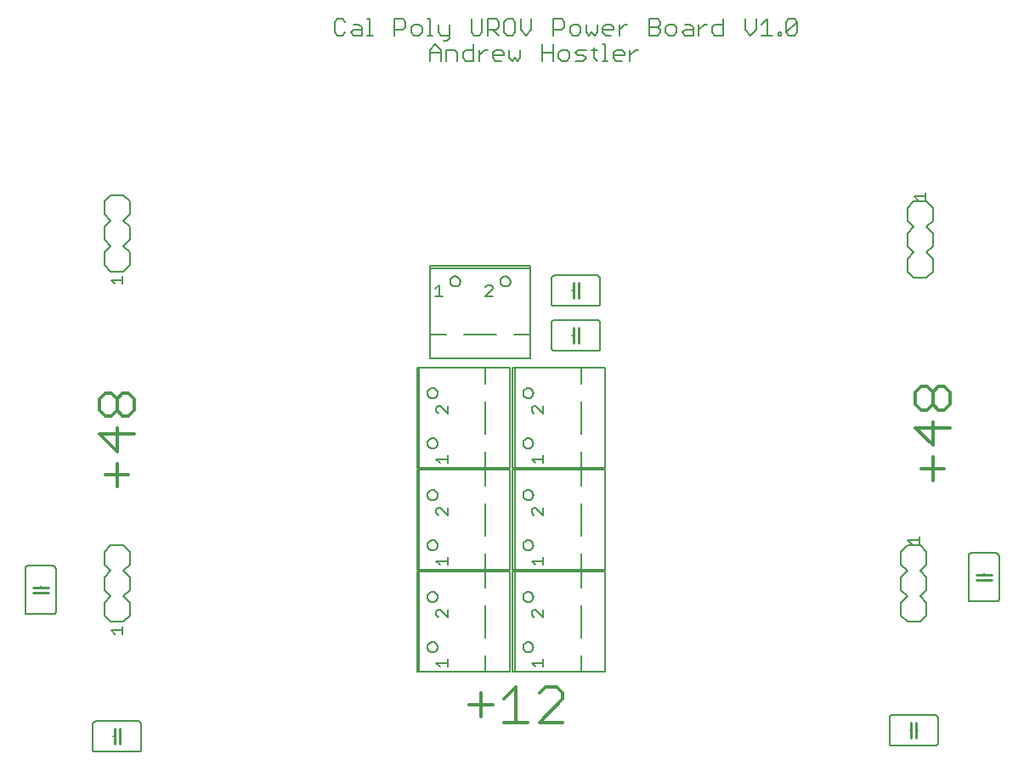
<source format=gto>
G75*
%MOIN*%
%OFA0B0*%
%FSLAX25Y25*%
%IPPOS*%
%LPD*%
%AMOC8*
5,1,8,0,0,1.08239X$1,22.5*
%
%ADD10C,0.00600*%
%ADD11C,0.01200*%
%ADD12C,0.01000*%
%ADD13C,0.00500*%
D10*
X0031500Y0023500D02*
X0031500Y0033500D01*
X0031502Y0033560D01*
X0031507Y0033621D01*
X0031516Y0033680D01*
X0031529Y0033739D01*
X0031545Y0033798D01*
X0031565Y0033855D01*
X0031588Y0033910D01*
X0031615Y0033965D01*
X0031644Y0034017D01*
X0031677Y0034068D01*
X0031713Y0034117D01*
X0031751Y0034163D01*
X0031793Y0034207D01*
X0031837Y0034249D01*
X0031883Y0034287D01*
X0031932Y0034323D01*
X0031983Y0034356D01*
X0032035Y0034385D01*
X0032090Y0034412D01*
X0032145Y0034435D01*
X0032202Y0034455D01*
X0032261Y0034471D01*
X0032320Y0034484D01*
X0032379Y0034493D01*
X0032440Y0034498D01*
X0032500Y0034500D01*
X0049500Y0034500D01*
X0049560Y0034498D01*
X0049621Y0034493D01*
X0049680Y0034484D01*
X0049739Y0034471D01*
X0049798Y0034455D01*
X0049855Y0034435D01*
X0049910Y0034412D01*
X0049965Y0034385D01*
X0050017Y0034356D01*
X0050068Y0034323D01*
X0050117Y0034287D01*
X0050163Y0034249D01*
X0050207Y0034207D01*
X0050249Y0034163D01*
X0050287Y0034117D01*
X0050323Y0034068D01*
X0050356Y0034017D01*
X0050385Y0033965D01*
X0050412Y0033910D01*
X0050435Y0033855D01*
X0050455Y0033798D01*
X0050471Y0033739D01*
X0050484Y0033680D01*
X0050493Y0033621D01*
X0050498Y0033560D01*
X0050500Y0033500D01*
X0050500Y0023500D01*
X0050498Y0023440D01*
X0050493Y0023379D01*
X0050484Y0023320D01*
X0050471Y0023261D01*
X0050455Y0023202D01*
X0050435Y0023145D01*
X0050412Y0023090D01*
X0050385Y0023035D01*
X0050356Y0022983D01*
X0050323Y0022932D01*
X0050287Y0022883D01*
X0050249Y0022837D01*
X0050207Y0022793D01*
X0050163Y0022751D01*
X0050117Y0022713D01*
X0050068Y0022677D01*
X0050017Y0022644D01*
X0049965Y0022615D01*
X0049910Y0022588D01*
X0049855Y0022565D01*
X0049798Y0022545D01*
X0049739Y0022529D01*
X0049680Y0022516D01*
X0049621Y0022507D01*
X0049560Y0022502D01*
X0049500Y0022500D01*
X0032500Y0022500D01*
X0032440Y0022502D01*
X0032379Y0022507D01*
X0032320Y0022516D01*
X0032261Y0022529D01*
X0032202Y0022545D01*
X0032145Y0022565D01*
X0032090Y0022588D01*
X0032035Y0022615D01*
X0031983Y0022644D01*
X0031932Y0022677D01*
X0031883Y0022713D01*
X0031837Y0022751D01*
X0031793Y0022793D01*
X0031751Y0022837D01*
X0031713Y0022883D01*
X0031677Y0022932D01*
X0031644Y0022983D01*
X0031615Y0023035D01*
X0031588Y0023090D01*
X0031565Y0023145D01*
X0031545Y0023202D01*
X0031529Y0023261D01*
X0031516Y0023320D01*
X0031507Y0023379D01*
X0031502Y0023440D01*
X0031500Y0023500D01*
X0039500Y0028500D02*
X0040000Y0028500D01*
X0042000Y0028500D02*
X0042500Y0028500D01*
X0043500Y0073500D02*
X0038500Y0073500D01*
X0036000Y0076000D01*
X0036000Y0081000D01*
X0038500Y0083500D01*
X0036000Y0086000D01*
X0036000Y0091000D01*
X0038500Y0093500D01*
X0036000Y0096000D01*
X0036000Y0101000D01*
X0038500Y0103500D01*
X0043500Y0103500D01*
X0046000Y0101000D01*
X0046000Y0096000D01*
X0043500Y0093500D01*
X0046000Y0091000D01*
X0046000Y0086000D01*
X0043500Y0083500D01*
X0046000Y0081000D01*
X0046000Y0076000D01*
X0043500Y0073500D01*
X0017000Y0077500D02*
X0017000Y0094500D01*
X0016998Y0094560D01*
X0016993Y0094621D01*
X0016984Y0094680D01*
X0016971Y0094739D01*
X0016955Y0094798D01*
X0016935Y0094855D01*
X0016912Y0094910D01*
X0016885Y0094965D01*
X0016856Y0095017D01*
X0016823Y0095068D01*
X0016787Y0095117D01*
X0016749Y0095163D01*
X0016707Y0095207D01*
X0016663Y0095249D01*
X0016617Y0095287D01*
X0016568Y0095323D01*
X0016517Y0095356D01*
X0016465Y0095385D01*
X0016410Y0095412D01*
X0016355Y0095435D01*
X0016298Y0095455D01*
X0016239Y0095471D01*
X0016180Y0095484D01*
X0016121Y0095493D01*
X0016060Y0095498D01*
X0016000Y0095500D01*
X0006000Y0095500D01*
X0005940Y0095498D01*
X0005879Y0095493D01*
X0005820Y0095484D01*
X0005761Y0095471D01*
X0005702Y0095455D01*
X0005645Y0095435D01*
X0005590Y0095412D01*
X0005535Y0095385D01*
X0005483Y0095356D01*
X0005432Y0095323D01*
X0005383Y0095287D01*
X0005337Y0095249D01*
X0005293Y0095207D01*
X0005251Y0095163D01*
X0005213Y0095117D01*
X0005177Y0095068D01*
X0005144Y0095017D01*
X0005115Y0094965D01*
X0005088Y0094910D01*
X0005065Y0094855D01*
X0005045Y0094798D01*
X0005029Y0094739D01*
X0005016Y0094680D01*
X0005007Y0094621D01*
X0005002Y0094560D01*
X0005000Y0094500D01*
X0005000Y0077500D01*
X0005002Y0077440D01*
X0005007Y0077379D01*
X0005016Y0077320D01*
X0005029Y0077261D01*
X0005045Y0077202D01*
X0005065Y0077145D01*
X0005088Y0077090D01*
X0005115Y0077035D01*
X0005144Y0076983D01*
X0005177Y0076932D01*
X0005213Y0076883D01*
X0005251Y0076837D01*
X0005293Y0076793D01*
X0005337Y0076751D01*
X0005383Y0076713D01*
X0005432Y0076677D01*
X0005483Y0076644D01*
X0005535Y0076615D01*
X0005590Y0076588D01*
X0005645Y0076565D01*
X0005702Y0076545D01*
X0005761Y0076529D01*
X0005820Y0076516D01*
X0005879Y0076507D01*
X0005940Y0076502D01*
X0006000Y0076500D01*
X0016000Y0076500D01*
X0016060Y0076502D01*
X0016121Y0076507D01*
X0016180Y0076516D01*
X0016239Y0076529D01*
X0016298Y0076545D01*
X0016355Y0076565D01*
X0016410Y0076588D01*
X0016465Y0076615D01*
X0016517Y0076644D01*
X0016568Y0076677D01*
X0016617Y0076713D01*
X0016663Y0076751D01*
X0016707Y0076793D01*
X0016749Y0076837D01*
X0016787Y0076883D01*
X0016823Y0076932D01*
X0016856Y0076983D01*
X0016885Y0077035D01*
X0016912Y0077090D01*
X0016935Y0077145D01*
X0016955Y0077202D01*
X0016971Y0077261D01*
X0016984Y0077320D01*
X0016993Y0077379D01*
X0016998Y0077440D01*
X0017000Y0077500D01*
X0011000Y0084500D02*
X0011000Y0085000D01*
X0011000Y0087000D02*
X0011000Y0087500D01*
X0158799Y0093157D02*
X0158799Y0053858D01*
X0159598Y0053858D01*
X0159598Y0093157D01*
X0185598Y0093157D01*
X0195000Y0093157D01*
X0195000Y0053858D01*
X0185598Y0053858D01*
X0159598Y0053858D01*
X0162800Y0063657D02*
X0162802Y0063746D01*
X0162808Y0063835D01*
X0162818Y0063924D01*
X0162832Y0064012D01*
X0162849Y0064099D01*
X0162871Y0064185D01*
X0162897Y0064271D01*
X0162926Y0064355D01*
X0162959Y0064438D01*
X0162995Y0064519D01*
X0163036Y0064599D01*
X0163079Y0064676D01*
X0163126Y0064752D01*
X0163177Y0064825D01*
X0163230Y0064896D01*
X0163287Y0064965D01*
X0163347Y0065031D01*
X0163410Y0065095D01*
X0163475Y0065155D01*
X0163543Y0065213D01*
X0163614Y0065267D01*
X0163687Y0065318D01*
X0163762Y0065366D01*
X0163839Y0065411D01*
X0163918Y0065452D01*
X0163999Y0065489D01*
X0164081Y0065523D01*
X0164165Y0065554D01*
X0164250Y0065580D01*
X0164336Y0065603D01*
X0164423Y0065621D01*
X0164511Y0065636D01*
X0164600Y0065647D01*
X0164689Y0065654D01*
X0164778Y0065657D01*
X0164867Y0065656D01*
X0164956Y0065651D01*
X0165044Y0065642D01*
X0165133Y0065629D01*
X0165220Y0065612D01*
X0165307Y0065592D01*
X0165393Y0065567D01*
X0165477Y0065539D01*
X0165560Y0065507D01*
X0165642Y0065471D01*
X0165722Y0065432D01*
X0165800Y0065389D01*
X0165876Y0065343D01*
X0165950Y0065293D01*
X0166022Y0065240D01*
X0166091Y0065184D01*
X0166158Y0065125D01*
X0166222Y0065063D01*
X0166283Y0064999D01*
X0166342Y0064931D01*
X0166397Y0064861D01*
X0166449Y0064789D01*
X0166498Y0064714D01*
X0166543Y0064638D01*
X0166585Y0064559D01*
X0166623Y0064479D01*
X0166658Y0064397D01*
X0166689Y0064313D01*
X0166717Y0064228D01*
X0166740Y0064142D01*
X0166760Y0064055D01*
X0166776Y0063968D01*
X0166788Y0063879D01*
X0166796Y0063791D01*
X0166800Y0063702D01*
X0166800Y0063612D01*
X0166796Y0063523D01*
X0166788Y0063435D01*
X0166776Y0063346D01*
X0166760Y0063259D01*
X0166740Y0063172D01*
X0166717Y0063086D01*
X0166689Y0063001D01*
X0166658Y0062917D01*
X0166623Y0062835D01*
X0166585Y0062755D01*
X0166543Y0062676D01*
X0166498Y0062600D01*
X0166449Y0062525D01*
X0166397Y0062453D01*
X0166342Y0062383D01*
X0166283Y0062315D01*
X0166222Y0062251D01*
X0166158Y0062189D01*
X0166091Y0062130D01*
X0166022Y0062074D01*
X0165950Y0062021D01*
X0165876Y0061971D01*
X0165800Y0061925D01*
X0165722Y0061882D01*
X0165642Y0061843D01*
X0165560Y0061807D01*
X0165477Y0061775D01*
X0165393Y0061747D01*
X0165307Y0061722D01*
X0165220Y0061702D01*
X0165133Y0061685D01*
X0165044Y0061672D01*
X0164956Y0061663D01*
X0164867Y0061658D01*
X0164778Y0061657D01*
X0164689Y0061660D01*
X0164600Y0061667D01*
X0164511Y0061678D01*
X0164423Y0061693D01*
X0164336Y0061711D01*
X0164250Y0061734D01*
X0164165Y0061760D01*
X0164081Y0061791D01*
X0163999Y0061825D01*
X0163918Y0061862D01*
X0163839Y0061903D01*
X0163762Y0061948D01*
X0163687Y0061996D01*
X0163614Y0062047D01*
X0163543Y0062101D01*
X0163475Y0062159D01*
X0163410Y0062219D01*
X0163347Y0062283D01*
X0163287Y0062349D01*
X0163230Y0062418D01*
X0163177Y0062489D01*
X0163126Y0062562D01*
X0163079Y0062638D01*
X0163036Y0062715D01*
X0162995Y0062795D01*
X0162959Y0062876D01*
X0162926Y0062959D01*
X0162897Y0063043D01*
X0162871Y0063129D01*
X0162849Y0063215D01*
X0162832Y0063302D01*
X0162818Y0063390D01*
X0162808Y0063479D01*
X0162802Y0063568D01*
X0162800Y0063657D01*
X0162800Y0083357D02*
X0162802Y0083446D01*
X0162808Y0083535D01*
X0162818Y0083624D01*
X0162832Y0083712D01*
X0162849Y0083799D01*
X0162871Y0083885D01*
X0162897Y0083971D01*
X0162926Y0084055D01*
X0162959Y0084138D01*
X0162995Y0084219D01*
X0163036Y0084299D01*
X0163079Y0084376D01*
X0163126Y0084452D01*
X0163177Y0084525D01*
X0163230Y0084596D01*
X0163287Y0084665D01*
X0163347Y0084731D01*
X0163410Y0084795D01*
X0163475Y0084855D01*
X0163543Y0084913D01*
X0163614Y0084967D01*
X0163687Y0085018D01*
X0163762Y0085066D01*
X0163839Y0085111D01*
X0163918Y0085152D01*
X0163999Y0085189D01*
X0164081Y0085223D01*
X0164165Y0085254D01*
X0164250Y0085280D01*
X0164336Y0085303D01*
X0164423Y0085321D01*
X0164511Y0085336D01*
X0164600Y0085347D01*
X0164689Y0085354D01*
X0164778Y0085357D01*
X0164867Y0085356D01*
X0164956Y0085351D01*
X0165044Y0085342D01*
X0165133Y0085329D01*
X0165220Y0085312D01*
X0165307Y0085292D01*
X0165393Y0085267D01*
X0165477Y0085239D01*
X0165560Y0085207D01*
X0165642Y0085171D01*
X0165722Y0085132D01*
X0165800Y0085089D01*
X0165876Y0085043D01*
X0165950Y0084993D01*
X0166022Y0084940D01*
X0166091Y0084884D01*
X0166158Y0084825D01*
X0166222Y0084763D01*
X0166283Y0084699D01*
X0166342Y0084631D01*
X0166397Y0084561D01*
X0166449Y0084489D01*
X0166498Y0084414D01*
X0166543Y0084338D01*
X0166585Y0084259D01*
X0166623Y0084179D01*
X0166658Y0084097D01*
X0166689Y0084013D01*
X0166717Y0083928D01*
X0166740Y0083842D01*
X0166760Y0083755D01*
X0166776Y0083668D01*
X0166788Y0083579D01*
X0166796Y0083491D01*
X0166800Y0083402D01*
X0166800Y0083312D01*
X0166796Y0083223D01*
X0166788Y0083135D01*
X0166776Y0083046D01*
X0166760Y0082959D01*
X0166740Y0082872D01*
X0166717Y0082786D01*
X0166689Y0082701D01*
X0166658Y0082617D01*
X0166623Y0082535D01*
X0166585Y0082455D01*
X0166543Y0082376D01*
X0166498Y0082300D01*
X0166449Y0082225D01*
X0166397Y0082153D01*
X0166342Y0082083D01*
X0166283Y0082015D01*
X0166222Y0081951D01*
X0166158Y0081889D01*
X0166091Y0081830D01*
X0166022Y0081774D01*
X0165950Y0081721D01*
X0165876Y0081671D01*
X0165800Y0081625D01*
X0165722Y0081582D01*
X0165642Y0081543D01*
X0165560Y0081507D01*
X0165477Y0081475D01*
X0165393Y0081447D01*
X0165307Y0081422D01*
X0165220Y0081402D01*
X0165133Y0081385D01*
X0165044Y0081372D01*
X0164956Y0081363D01*
X0164867Y0081358D01*
X0164778Y0081357D01*
X0164689Y0081360D01*
X0164600Y0081367D01*
X0164511Y0081378D01*
X0164423Y0081393D01*
X0164336Y0081411D01*
X0164250Y0081434D01*
X0164165Y0081460D01*
X0164081Y0081491D01*
X0163999Y0081525D01*
X0163918Y0081562D01*
X0163839Y0081603D01*
X0163762Y0081648D01*
X0163687Y0081696D01*
X0163614Y0081747D01*
X0163543Y0081801D01*
X0163475Y0081859D01*
X0163410Y0081919D01*
X0163347Y0081983D01*
X0163287Y0082049D01*
X0163230Y0082118D01*
X0163177Y0082189D01*
X0163126Y0082262D01*
X0163079Y0082338D01*
X0163036Y0082415D01*
X0162995Y0082495D01*
X0162959Y0082576D01*
X0162926Y0082659D01*
X0162897Y0082743D01*
X0162871Y0082829D01*
X0162849Y0082915D01*
X0162832Y0083002D01*
X0162818Y0083090D01*
X0162808Y0083179D01*
X0162802Y0083268D01*
X0162800Y0083357D01*
X0159598Y0093157D02*
X0158799Y0093157D01*
X0158799Y0093858D02*
X0159598Y0093858D01*
X0159598Y0133157D01*
X0185598Y0133157D01*
X0195000Y0133157D01*
X0195000Y0093858D01*
X0185598Y0093858D01*
X0159598Y0093858D01*
X0158799Y0093858D02*
X0158799Y0133157D01*
X0159598Y0133157D01*
X0159598Y0133858D02*
X0158799Y0133858D01*
X0158799Y0173157D01*
X0159598Y0173157D01*
X0185598Y0173157D01*
X0195000Y0173157D01*
X0195000Y0133858D01*
X0185598Y0133858D01*
X0159598Y0133858D01*
X0159598Y0173157D01*
X0163858Y0177000D02*
X0163858Y0186402D01*
X0163858Y0212402D01*
X0163858Y0213201D01*
X0203157Y0213201D01*
X0203157Y0212402D01*
X0203157Y0186402D01*
X0203157Y0177000D01*
X0163858Y0177000D01*
X0163858Y0186402D02*
X0170157Y0186402D01*
X0177157Y0186402D02*
X0189858Y0186402D01*
X0196858Y0186402D02*
X0203157Y0186402D01*
X0211500Y0191000D02*
X0211500Y0181000D01*
X0211502Y0180940D01*
X0211507Y0180879D01*
X0211516Y0180820D01*
X0211529Y0180761D01*
X0211545Y0180702D01*
X0211565Y0180645D01*
X0211588Y0180590D01*
X0211615Y0180535D01*
X0211644Y0180483D01*
X0211677Y0180432D01*
X0211713Y0180383D01*
X0211751Y0180337D01*
X0211793Y0180293D01*
X0211837Y0180251D01*
X0211883Y0180213D01*
X0211932Y0180177D01*
X0211983Y0180144D01*
X0212035Y0180115D01*
X0212090Y0180088D01*
X0212145Y0180065D01*
X0212202Y0180045D01*
X0212261Y0180029D01*
X0212320Y0180016D01*
X0212379Y0180007D01*
X0212440Y0180002D01*
X0212500Y0180000D01*
X0229500Y0180000D01*
X0229560Y0180002D01*
X0229621Y0180007D01*
X0229680Y0180016D01*
X0229739Y0180029D01*
X0229798Y0180045D01*
X0229855Y0180065D01*
X0229910Y0180088D01*
X0229965Y0180115D01*
X0230017Y0180144D01*
X0230068Y0180177D01*
X0230117Y0180213D01*
X0230163Y0180251D01*
X0230207Y0180293D01*
X0230249Y0180337D01*
X0230287Y0180383D01*
X0230323Y0180432D01*
X0230356Y0180483D01*
X0230385Y0180535D01*
X0230412Y0180590D01*
X0230435Y0180645D01*
X0230455Y0180702D01*
X0230471Y0180761D01*
X0230484Y0180820D01*
X0230493Y0180879D01*
X0230498Y0180940D01*
X0230500Y0181000D01*
X0230500Y0191000D01*
X0230498Y0191060D01*
X0230493Y0191121D01*
X0230484Y0191180D01*
X0230471Y0191239D01*
X0230455Y0191298D01*
X0230435Y0191355D01*
X0230412Y0191410D01*
X0230385Y0191465D01*
X0230356Y0191517D01*
X0230323Y0191568D01*
X0230287Y0191617D01*
X0230249Y0191663D01*
X0230207Y0191707D01*
X0230163Y0191749D01*
X0230117Y0191787D01*
X0230068Y0191823D01*
X0230017Y0191856D01*
X0229965Y0191885D01*
X0229910Y0191912D01*
X0229855Y0191935D01*
X0229798Y0191955D01*
X0229739Y0191971D01*
X0229680Y0191984D01*
X0229621Y0191993D01*
X0229560Y0191998D01*
X0229500Y0192000D01*
X0212500Y0192000D01*
X0212440Y0191998D01*
X0212379Y0191993D01*
X0212320Y0191984D01*
X0212261Y0191971D01*
X0212202Y0191955D01*
X0212145Y0191935D01*
X0212090Y0191912D01*
X0212035Y0191885D01*
X0211983Y0191856D01*
X0211932Y0191823D01*
X0211883Y0191787D01*
X0211837Y0191749D01*
X0211793Y0191707D01*
X0211751Y0191663D01*
X0211713Y0191617D01*
X0211677Y0191568D01*
X0211644Y0191517D01*
X0211615Y0191465D01*
X0211588Y0191410D01*
X0211565Y0191355D01*
X0211545Y0191298D01*
X0211529Y0191239D01*
X0211516Y0191180D01*
X0211507Y0191121D01*
X0211502Y0191060D01*
X0211500Y0191000D01*
X0212500Y0197500D02*
X0229500Y0197500D01*
X0229560Y0197502D01*
X0229621Y0197507D01*
X0229680Y0197516D01*
X0229739Y0197529D01*
X0229798Y0197545D01*
X0229855Y0197565D01*
X0229910Y0197588D01*
X0229965Y0197615D01*
X0230017Y0197644D01*
X0230068Y0197677D01*
X0230117Y0197713D01*
X0230163Y0197751D01*
X0230207Y0197793D01*
X0230249Y0197837D01*
X0230287Y0197883D01*
X0230323Y0197932D01*
X0230356Y0197983D01*
X0230385Y0198035D01*
X0230412Y0198090D01*
X0230435Y0198145D01*
X0230455Y0198202D01*
X0230471Y0198261D01*
X0230484Y0198320D01*
X0230493Y0198379D01*
X0230498Y0198440D01*
X0230500Y0198500D01*
X0230500Y0208500D01*
X0230498Y0208560D01*
X0230493Y0208621D01*
X0230484Y0208680D01*
X0230471Y0208739D01*
X0230455Y0208798D01*
X0230435Y0208855D01*
X0230412Y0208910D01*
X0230385Y0208965D01*
X0230356Y0209017D01*
X0230323Y0209068D01*
X0230287Y0209117D01*
X0230249Y0209163D01*
X0230207Y0209207D01*
X0230163Y0209249D01*
X0230117Y0209287D01*
X0230068Y0209323D01*
X0230017Y0209356D01*
X0229965Y0209385D01*
X0229910Y0209412D01*
X0229855Y0209435D01*
X0229798Y0209455D01*
X0229739Y0209471D01*
X0229680Y0209484D01*
X0229621Y0209493D01*
X0229560Y0209498D01*
X0229500Y0209500D01*
X0212500Y0209500D01*
X0212440Y0209498D01*
X0212379Y0209493D01*
X0212320Y0209484D01*
X0212261Y0209471D01*
X0212202Y0209455D01*
X0212145Y0209435D01*
X0212090Y0209412D01*
X0212035Y0209385D01*
X0211983Y0209356D01*
X0211932Y0209323D01*
X0211883Y0209287D01*
X0211837Y0209249D01*
X0211793Y0209207D01*
X0211751Y0209163D01*
X0211713Y0209117D01*
X0211677Y0209068D01*
X0211644Y0209017D01*
X0211615Y0208965D01*
X0211588Y0208910D01*
X0211565Y0208855D01*
X0211545Y0208798D01*
X0211529Y0208739D01*
X0211516Y0208680D01*
X0211507Y0208621D01*
X0211502Y0208560D01*
X0211500Y0208500D01*
X0211500Y0198500D01*
X0211502Y0198440D01*
X0211507Y0198379D01*
X0211516Y0198320D01*
X0211529Y0198261D01*
X0211545Y0198202D01*
X0211565Y0198145D01*
X0211588Y0198090D01*
X0211615Y0198035D01*
X0211644Y0197983D01*
X0211677Y0197932D01*
X0211713Y0197883D01*
X0211751Y0197837D01*
X0211793Y0197793D01*
X0211837Y0197751D01*
X0211883Y0197713D01*
X0211932Y0197677D01*
X0211983Y0197644D01*
X0212035Y0197615D01*
X0212090Y0197588D01*
X0212145Y0197565D01*
X0212202Y0197545D01*
X0212261Y0197529D01*
X0212320Y0197516D01*
X0212379Y0197507D01*
X0212440Y0197502D01*
X0212500Y0197500D01*
X0219500Y0203500D02*
X0220000Y0203500D01*
X0222000Y0203500D02*
X0222500Y0203500D01*
X0203157Y0212402D02*
X0163858Y0212402D01*
X0171657Y0207200D02*
X0171659Y0207289D01*
X0171665Y0207378D01*
X0171675Y0207467D01*
X0171689Y0207555D01*
X0171706Y0207642D01*
X0171728Y0207728D01*
X0171754Y0207814D01*
X0171783Y0207898D01*
X0171816Y0207981D01*
X0171852Y0208062D01*
X0171893Y0208142D01*
X0171936Y0208219D01*
X0171983Y0208295D01*
X0172034Y0208368D01*
X0172087Y0208439D01*
X0172144Y0208508D01*
X0172204Y0208574D01*
X0172267Y0208638D01*
X0172332Y0208698D01*
X0172400Y0208756D01*
X0172471Y0208810D01*
X0172544Y0208861D01*
X0172619Y0208909D01*
X0172696Y0208954D01*
X0172775Y0208995D01*
X0172856Y0209032D01*
X0172938Y0209066D01*
X0173022Y0209097D01*
X0173107Y0209123D01*
X0173193Y0209146D01*
X0173280Y0209164D01*
X0173368Y0209179D01*
X0173457Y0209190D01*
X0173546Y0209197D01*
X0173635Y0209200D01*
X0173724Y0209199D01*
X0173813Y0209194D01*
X0173901Y0209185D01*
X0173990Y0209172D01*
X0174077Y0209155D01*
X0174164Y0209135D01*
X0174250Y0209110D01*
X0174334Y0209082D01*
X0174417Y0209050D01*
X0174499Y0209014D01*
X0174579Y0208975D01*
X0174657Y0208932D01*
X0174733Y0208886D01*
X0174807Y0208836D01*
X0174879Y0208783D01*
X0174948Y0208727D01*
X0175015Y0208668D01*
X0175079Y0208606D01*
X0175140Y0208542D01*
X0175199Y0208474D01*
X0175254Y0208404D01*
X0175306Y0208332D01*
X0175355Y0208257D01*
X0175400Y0208181D01*
X0175442Y0208102D01*
X0175480Y0208022D01*
X0175515Y0207940D01*
X0175546Y0207856D01*
X0175574Y0207771D01*
X0175597Y0207685D01*
X0175617Y0207598D01*
X0175633Y0207511D01*
X0175645Y0207422D01*
X0175653Y0207334D01*
X0175657Y0207245D01*
X0175657Y0207155D01*
X0175653Y0207066D01*
X0175645Y0206978D01*
X0175633Y0206889D01*
X0175617Y0206802D01*
X0175597Y0206715D01*
X0175574Y0206629D01*
X0175546Y0206544D01*
X0175515Y0206460D01*
X0175480Y0206378D01*
X0175442Y0206298D01*
X0175400Y0206219D01*
X0175355Y0206143D01*
X0175306Y0206068D01*
X0175254Y0205996D01*
X0175199Y0205926D01*
X0175140Y0205858D01*
X0175079Y0205794D01*
X0175015Y0205732D01*
X0174948Y0205673D01*
X0174879Y0205617D01*
X0174807Y0205564D01*
X0174733Y0205514D01*
X0174657Y0205468D01*
X0174579Y0205425D01*
X0174499Y0205386D01*
X0174417Y0205350D01*
X0174334Y0205318D01*
X0174250Y0205290D01*
X0174164Y0205265D01*
X0174077Y0205245D01*
X0173990Y0205228D01*
X0173901Y0205215D01*
X0173813Y0205206D01*
X0173724Y0205201D01*
X0173635Y0205200D01*
X0173546Y0205203D01*
X0173457Y0205210D01*
X0173368Y0205221D01*
X0173280Y0205236D01*
X0173193Y0205254D01*
X0173107Y0205277D01*
X0173022Y0205303D01*
X0172938Y0205334D01*
X0172856Y0205368D01*
X0172775Y0205405D01*
X0172696Y0205446D01*
X0172619Y0205491D01*
X0172544Y0205539D01*
X0172471Y0205590D01*
X0172400Y0205644D01*
X0172332Y0205702D01*
X0172267Y0205762D01*
X0172204Y0205826D01*
X0172144Y0205892D01*
X0172087Y0205961D01*
X0172034Y0206032D01*
X0171983Y0206105D01*
X0171936Y0206181D01*
X0171893Y0206258D01*
X0171852Y0206338D01*
X0171816Y0206419D01*
X0171783Y0206502D01*
X0171754Y0206586D01*
X0171728Y0206672D01*
X0171706Y0206758D01*
X0171689Y0206845D01*
X0171675Y0206933D01*
X0171665Y0207022D01*
X0171659Y0207111D01*
X0171657Y0207200D01*
X0191357Y0207200D02*
X0191359Y0207289D01*
X0191365Y0207378D01*
X0191375Y0207467D01*
X0191389Y0207555D01*
X0191406Y0207642D01*
X0191428Y0207728D01*
X0191454Y0207814D01*
X0191483Y0207898D01*
X0191516Y0207981D01*
X0191552Y0208062D01*
X0191593Y0208142D01*
X0191636Y0208219D01*
X0191683Y0208295D01*
X0191734Y0208368D01*
X0191787Y0208439D01*
X0191844Y0208508D01*
X0191904Y0208574D01*
X0191967Y0208638D01*
X0192032Y0208698D01*
X0192100Y0208756D01*
X0192171Y0208810D01*
X0192244Y0208861D01*
X0192319Y0208909D01*
X0192396Y0208954D01*
X0192475Y0208995D01*
X0192556Y0209032D01*
X0192638Y0209066D01*
X0192722Y0209097D01*
X0192807Y0209123D01*
X0192893Y0209146D01*
X0192980Y0209164D01*
X0193068Y0209179D01*
X0193157Y0209190D01*
X0193246Y0209197D01*
X0193335Y0209200D01*
X0193424Y0209199D01*
X0193513Y0209194D01*
X0193601Y0209185D01*
X0193690Y0209172D01*
X0193777Y0209155D01*
X0193864Y0209135D01*
X0193950Y0209110D01*
X0194034Y0209082D01*
X0194117Y0209050D01*
X0194199Y0209014D01*
X0194279Y0208975D01*
X0194357Y0208932D01*
X0194433Y0208886D01*
X0194507Y0208836D01*
X0194579Y0208783D01*
X0194648Y0208727D01*
X0194715Y0208668D01*
X0194779Y0208606D01*
X0194840Y0208542D01*
X0194899Y0208474D01*
X0194954Y0208404D01*
X0195006Y0208332D01*
X0195055Y0208257D01*
X0195100Y0208181D01*
X0195142Y0208102D01*
X0195180Y0208022D01*
X0195215Y0207940D01*
X0195246Y0207856D01*
X0195274Y0207771D01*
X0195297Y0207685D01*
X0195317Y0207598D01*
X0195333Y0207511D01*
X0195345Y0207422D01*
X0195353Y0207334D01*
X0195357Y0207245D01*
X0195357Y0207155D01*
X0195353Y0207066D01*
X0195345Y0206978D01*
X0195333Y0206889D01*
X0195317Y0206802D01*
X0195297Y0206715D01*
X0195274Y0206629D01*
X0195246Y0206544D01*
X0195215Y0206460D01*
X0195180Y0206378D01*
X0195142Y0206298D01*
X0195100Y0206219D01*
X0195055Y0206143D01*
X0195006Y0206068D01*
X0194954Y0205996D01*
X0194899Y0205926D01*
X0194840Y0205858D01*
X0194779Y0205794D01*
X0194715Y0205732D01*
X0194648Y0205673D01*
X0194579Y0205617D01*
X0194507Y0205564D01*
X0194433Y0205514D01*
X0194357Y0205468D01*
X0194279Y0205425D01*
X0194199Y0205386D01*
X0194117Y0205350D01*
X0194034Y0205318D01*
X0193950Y0205290D01*
X0193864Y0205265D01*
X0193777Y0205245D01*
X0193690Y0205228D01*
X0193601Y0205215D01*
X0193513Y0205206D01*
X0193424Y0205201D01*
X0193335Y0205200D01*
X0193246Y0205203D01*
X0193157Y0205210D01*
X0193068Y0205221D01*
X0192980Y0205236D01*
X0192893Y0205254D01*
X0192807Y0205277D01*
X0192722Y0205303D01*
X0192638Y0205334D01*
X0192556Y0205368D01*
X0192475Y0205405D01*
X0192396Y0205446D01*
X0192319Y0205491D01*
X0192244Y0205539D01*
X0192171Y0205590D01*
X0192100Y0205644D01*
X0192032Y0205702D01*
X0191967Y0205762D01*
X0191904Y0205826D01*
X0191844Y0205892D01*
X0191787Y0205961D01*
X0191734Y0206032D01*
X0191683Y0206105D01*
X0191636Y0206181D01*
X0191593Y0206258D01*
X0191552Y0206338D01*
X0191516Y0206419D01*
X0191483Y0206502D01*
X0191454Y0206586D01*
X0191428Y0206672D01*
X0191406Y0206758D01*
X0191389Y0206845D01*
X0191375Y0206933D01*
X0191365Y0207022D01*
X0191359Y0207111D01*
X0191357Y0207200D01*
X0219500Y0186000D02*
X0220000Y0186000D01*
X0222000Y0186000D02*
X0222500Y0186000D01*
X0223098Y0173157D02*
X0197098Y0173157D01*
X0197098Y0133858D01*
X0196299Y0133858D01*
X0196299Y0173157D01*
X0197098Y0173157D01*
X0200300Y0163357D02*
X0200302Y0163446D01*
X0200308Y0163535D01*
X0200318Y0163624D01*
X0200332Y0163712D01*
X0200349Y0163799D01*
X0200371Y0163885D01*
X0200397Y0163971D01*
X0200426Y0164055D01*
X0200459Y0164138D01*
X0200495Y0164219D01*
X0200536Y0164299D01*
X0200579Y0164376D01*
X0200626Y0164452D01*
X0200677Y0164525D01*
X0200730Y0164596D01*
X0200787Y0164665D01*
X0200847Y0164731D01*
X0200910Y0164795D01*
X0200975Y0164855D01*
X0201043Y0164913D01*
X0201114Y0164967D01*
X0201187Y0165018D01*
X0201262Y0165066D01*
X0201339Y0165111D01*
X0201418Y0165152D01*
X0201499Y0165189D01*
X0201581Y0165223D01*
X0201665Y0165254D01*
X0201750Y0165280D01*
X0201836Y0165303D01*
X0201923Y0165321D01*
X0202011Y0165336D01*
X0202100Y0165347D01*
X0202189Y0165354D01*
X0202278Y0165357D01*
X0202367Y0165356D01*
X0202456Y0165351D01*
X0202544Y0165342D01*
X0202633Y0165329D01*
X0202720Y0165312D01*
X0202807Y0165292D01*
X0202893Y0165267D01*
X0202977Y0165239D01*
X0203060Y0165207D01*
X0203142Y0165171D01*
X0203222Y0165132D01*
X0203300Y0165089D01*
X0203376Y0165043D01*
X0203450Y0164993D01*
X0203522Y0164940D01*
X0203591Y0164884D01*
X0203658Y0164825D01*
X0203722Y0164763D01*
X0203783Y0164699D01*
X0203842Y0164631D01*
X0203897Y0164561D01*
X0203949Y0164489D01*
X0203998Y0164414D01*
X0204043Y0164338D01*
X0204085Y0164259D01*
X0204123Y0164179D01*
X0204158Y0164097D01*
X0204189Y0164013D01*
X0204217Y0163928D01*
X0204240Y0163842D01*
X0204260Y0163755D01*
X0204276Y0163668D01*
X0204288Y0163579D01*
X0204296Y0163491D01*
X0204300Y0163402D01*
X0204300Y0163312D01*
X0204296Y0163223D01*
X0204288Y0163135D01*
X0204276Y0163046D01*
X0204260Y0162959D01*
X0204240Y0162872D01*
X0204217Y0162786D01*
X0204189Y0162701D01*
X0204158Y0162617D01*
X0204123Y0162535D01*
X0204085Y0162455D01*
X0204043Y0162376D01*
X0203998Y0162300D01*
X0203949Y0162225D01*
X0203897Y0162153D01*
X0203842Y0162083D01*
X0203783Y0162015D01*
X0203722Y0161951D01*
X0203658Y0161889D01*
X0203591Y0161830D01*
X0203522Y0161774D01*
X0203450Y0161721D01*
X0203376Y0161671D01*
X0203300Y0161625D01*
X0203222Y0161582D01*
X0203142Y0161543D01*
X0203060Y0161507D01*
X0202977Y0161475D01*
X0202893Y0161447D01*
X0202807Y0161422D01*
X0202720Y0161402D01*
X0202633Y0161385D01*
X0202544Y0161372D01*
X0202456Y0161363D01*
X0202367Y0161358D01*
X0202278Y0161357D01*
X0202189Y0161360D01*
X0202100Y0161367D01*
X0202011Y0161378D01*
X0201923Y0161393D01*
X0201836Y0161411D01*
X0201750Y0161434D01*
X0201665Y0161460D01*
X0201581Y0161491D01*
X0201499Y0161525D01*
X0201418Y0161562D01*
X0201339Y0161603D01*
X0201262Y0161648D01*
X0201187Y0161696D01*
X0201114Y0161747D01*
X0201043Y0161801D01*
X0200975Y0161859D01*
X0200910Y0161919D01*
X0200847Y0161983D01*
X0200787Y0162049D01*
X0200730Y0162118D01*
X0200677Y0162189D01*
X0200626Y0162262D01*
X0200579Y0162338D01*
X0200536Y0162415D01*
X0200495Y0162495D01*
X0200459Y0162576D01*
X0200426Y0162659D01*
X0200397Y0162743D01*
X0200371Y0162829D01*
X0200349Y0162915D01*
X0200332Y0163002D01*
X0200318Y0163090D01*
X0200308Y0163179D01*
X0200302Y0163268D01*
X0200300Y0163357D01*
X0185598Y0159858D02*
X0185598Y0147157D01*
X0185598Y0140157D02*
X0185598Y0133858D01*
X0185598Y0133157D02*
X0185598Y0126858D01*
X0185598Y0119858D02*
X0185598Y0107157D01*
X0185598Y0100157D02*
X0185598Y0093858D01*
X0185598Y0093157D02*
X0185598Y0086858D01*
X0185598Y0079858D02*
X0185598Y0067157D01*
X0185598Y0060157D02*
X0185598Y0053858D01*
X0196299Y0053858D02*
X0197098Y0053858D01*
X0197098Y0093157D01*
X0223098Y0093157D01*
X0232500Y0093157D01*
X0232500Y0053858D01*
X0223098Y0053858D01*
X0197098Y0053858D01*
X0196299Y0053858D02*
X0196299Y0093157D01*
X0197098Y0093157D01*
X0197098Y0093858D02*
X0196299Y0093858D01*
X0196299Y0133157D01*
X0197098Y0133157D01*
X0223098Y0133157D01*
X0232500Y0133157D01*
X0232500Y0093858D01*
X0223098Y0093858D01*
X0197098Y0093858D01*
X0197098Y0133157D01*
X0197098Y0133858D02*
X0223098Y0133858D01*
X0223098Y0140157D01*
X0223098Y0133858D02*
X0232500Y0133858D01*
X0232500Y0173157D01*
X0223098Y0173157D01*
X0223098Y0166858D01*
X0223098Y0159858D02*
X0223098Y0147157D01*
X0223098Y0133157D02*
X0223098Y0126858D01*
X0223098Y0119858D02*
X0223098Y0107157D01*
X0223098Y0100157D02*
X0223098Y0093858D01*
X0223098Y0093157D02*
X0223098Y0086858D01*
X0223098Y0079858D02*
X0223098Y0067157D01*
X0223098Y0060157D02*
X0223098Y0053858D01*
X0200300Y0063657D02*
X0200302Y0063746D01*
X0200308Y0063835D01*
X0200318Y0063924D01*
X0200332Y0064012D01*
X0200349Y0064099D01*
X0200371Y0064185D01*
X0200397Y0064271D01*
X0200426Y0064355D01*
X0200459Y0064438D01*
X0200495Y0064519D01*
X0200536Y0064599D01*
X0200579Y0064676D01*
X0200626Y0064752D01*
X0200677Y0064825D01*
X0200730Y0064896D01*
X0200787Y0064965D01*
X0200847Y0065031D01*
X0200910Y0065095D01*
X0200975Y0065155D01*
X0201043Y0065213D01*
X0201114Y0065267D01*
X0201187Y0065318D01*
X0201262Y0065366D01*
X0201339Y0065411D01*
X0201418Y0065452D01*
X0201499Y0065489D01*
X0201581Y0065523D01*
X0201665Y0065554D01*
X0201750Y0065580D01*
X0201836Y0065603D01*
X0201923Y0065621D01*
X0202011Y0065636D01*
X0202100Y0065647D01*
X0202189Y0065654D01*
X0202278Y0065657D01*
X0202367Y0065656D01*
X0202456Y0065651D01*
X0202544Y0065642D01*
X0202633Y0065629D01*
X0202720Y0065612D01*
X0202807Y0065592D01*
X0202893Y0065567D01*
X0202977Y0065539D01*
X0203060Y0065507D01*
X0203142Y0065471D01*
X0203222Y0065432D01*
X0203300Y0065389D01*
X0203376Y0065343D01*
X0203450Y0065293D01*
X0203522Y0065240D01*
X0203591Y0065184D01*
X0203658Y0065125D01*
X0203722Y0065063D01*
X0203783Y0064999D01*
X0203842Y0064931D01*
X0203897Y0064861D01*
X0203949Y0064789D01*
X0203998Y0064714D01*
X0204043Y0064638D01*
X0204085Y0064559D01*
X0204123Y0064479D01*
X0204158Y0064397D01*
X0204189Y0064313D01*
X0204217Y0064228D01*
X0204240Y0064142D01*
X0204260Y0064055D01*
X0204276Y0063968D01*
X0204288Y0063879D01*
X0204296Y0063791D01*
X0204300Y0063702D01*
X0204300Y0063612D01*
X0204296Y0063523D01*
X0204288Y0063435D01*
X0204276Y0063346D01*
X0204260Y0063259D01*
X0204240Y0063172D01*
X0204217Y0063086D01*
X0204189Y0063001D01*
X0204158Y0062917D01*
X0204123Y0062835D01*
X0204085Y0062755D01*
X0204043Y0062676D01*
X0203998Y0062600D01*
X0203949Y0062525D01*
X0203897Y0062453D01*
X0203842Y0062383D01*
X0203783Y0062315D01*
X0203722Y0062251D01*
X0203658Y0062189D01*
X0203591Y0062130D01*
X0203522Y0062074D01*
X0203450Y0062021D01*
X0203376Y0061971D01*
X0203300Y0061925D01*
X0203222Y0061882D01*
X0203142Y0061843D01*
X0203060Y0061807D01*
X0202977Y0061775D01*
X0202893Y0061747D01*
X0202807Y0061722D01*
X0202720Y0061702D01*
X0202633Y0061685D01*
X0202544Y0061672D01*
X0202456Y0061663D01*
X0202367Y0061658D01*
X0202278Y0061657D01*
X0202189Y0061660D01*
X0202100Y0061667D01*
X0202011Y0061678D01*
X0201923Y0061693D01*
X0201836Y0061711D01*
X0201750Y0061734D01*
X0201665Y0061760D01*
X0201581Y0061791D01*
X0201499Y0061825D01*
X0201418Y0061862D01*
X0201339Y0061903D01*
X0201262Y0061948D01*
X0201187Y0061996D01*
X0201114Y0062047D01*
X0201043Y0062101D01*
X0200975Y0062159D01*
X0200910Y0062219D01*
X0200847Y0062283D01*
X0200787Y0062349D01*
X0200730Y0062418D01*
X0200677Y0062489D01*
X0200626Y0062562D01*
X0200579Y0062638D01*
X0200536Y0062715D01*
X0200495Y0062795D01*
X0200459Y0062876D01*
X0200426Y0062959D01*
X0200397Y0063043D01*
X0200371Y0063129D01*
X0200349Y0063215D01*
X0200332Y0063302D01*
X0200318Y0063390D01*
X0200308Y0063479D01*
X0200302Y0063568D01*
X0200300Y0063657D01*
X0200300Y0083357D02*
X0200302Y0083446D01*
X0200308Y0083535D01*
X0200318Y0083624D01*
X0200332Y0083712D01*
X0200349Y0083799D01*
X0200371Y0083885D01*
X0200397Y0083971D01*
X0200426Y0084055D01*
X0200459Y0084138D01*
X0200495Y0084219D01*
X0200536Y0084299D01*
X0200579Y0084376D01*
X0200626Y0084452D01*
X0200677Y0084525D01*
X0200730Y0084596D01*
X0200787Y0084665D01*
X0200847Y0084731D01*
X0200910Y0084795D01*
X0200975Y0084855D01*
X0201043Y0084913D01*
X0201114Y0084967D01*
X0201187Y0085018D01*
X0201262Y0085066D01*
X0201339Y0085111D01*
X0201418Y0085152D01*
X0201499Y0085189D01*
X0201581Y0085223D01*
X0201665Y0085254D01*
X0201750Y0085280D01*
X0201836Y0085303D01*
X0201923Y0085321D01*
X0202011Y0085336D01*
X0202100Y0085347D01*
X0202189Y0085354D01*
X0202278Y0085357D01*
X0202367Y0085356D01*
X0202456Y0085351D01*
X0202544Y0085342D01*
X0202633Y0085329D01*
X0202720Y0085312D01*
X0202807Y0085292D01*
X0202893Y0085267D01*
X0202977Y0085239D01*
X0203060Y0085207D01*
X0203142Y0085171D01*
X0203222Y0085132D01*
X0203300Y0085089D01*
X0203376Y0085043D01*
X0203450Y0084993D01*
X0203522Y0084940D01*
X0203591Y0084884D01*
X0203658Y0084825D01*
X0203722Y0084763D01*
X0203783Y0084699D01*
X0203842Y0084631D01*
X0203897Y0084561D01*
X0203949Y0084489D01*
X0203998Y0084414D01*
X0204043Y0084338D01*
X0204085Y0084259D01*
X0204123Y0084179D01*
X0204158Y0084097D01*
X0204189Y0084013D01*
X0204217Y0083928D01*
X0204240Y0083842D01*
X0204260Y0083755D01*
X0204276Y0083668D01*
X0204288Y0083579D01*
X0204296Y0083491D01*
X0204300Y0083402D01*
X0204300Y0083312D01*
X0204296Y0083223D01*
X0204288Y0083135D01*
X0204276Y0083046D01*
X0204260Y0082959D01*
X0204240Y0082872D01*
X0204217Y0082786D01*
X0204189Y0082701D01*
X0204158Y0082617D01*
X0204123Y0082535D01*
X0204085Y0082455D01*
X0204043Y0082376D01*
X0203998Y0082300D01*
X0203949Y0082225D01*
X0203897Y0082153D01*
X0203842Y0082083D01*
X0203783Y0082015D01*
X0203722Y0081951D01*
X0203658Y0081889D01*
X0203591Y0081830D01*
X0203522Y0081774D01*
X0203450Y0081721D01*
X0203376Y0081671D01*
X0203300Y0081625D01*
X0203222Y0081582D01*
X0203142Y0081543D01*
X0203060Y0081507D01*
X0202977Y0081475D01*
X0202893Y0081447D01*
X0202807Y0081422D01*
X0202720Y0081402D01*
X0202633Y0081385D01*
X0202544Y0081372D01*
X0202456Y0081363D01*
X0202367Y0081358D01*
X0202278Y0081357D01*
X0202189Y0081360D01*
X0202100Y0081367D01*
X0202011Y0081378D01*
X0201923Y0081393D01*
X0201836Y0081411D01*
X0201750Y0081434D01*
X0201665Y0081460D01*
X0201581Y0081491D01*
X0201499Y0081525D01*
X0201418Y0081562D01*
X0201339Y0081603D01*
X0201262Y0081648D01*
X0201187Y0081696D01*
X0201114Y0081747D01*
X0201043Y0081801D01*
X0200975Y0081859D01*
X0200910Y0081919D01*
X0200847Y0081983D01*
X0200787Y0082049D01*
X0200730Y0082118D01*
X0200677Y0082189D01*
X0200626Y0082262D01*
X0200579Y0082338D01*
X0200536Y0082415D01*
X0200495Y0082495D01*
X0200459Y0082576D01*
X0200426Y0082659D01*
X0200397Y0082743D01*
X0200371Y0082829D01*
X0200349Y0082915D01*
X0200332Y0083002D01*
X0200318Y0083090D01*
X0200308Y0083179D01*
X0200302Y0083268D01*
X0200300Y0083357D01*
X0200300Y0103657D02*
X0200302Y0103746D01*
X0200308Y0103835D01*
X0200318Y0103924D01*
X0200332Y0104012D01*
X0200349Y0104099D01*
X0200371Y0104185D01*
X0200397Y0104271D01*
X0200426Y0104355D01*
X0200459Y0104438D01*
X0200495Y0104519D01*
X0200536Y0104599D01*
X0200579Y0104676D01*
X0200626Y0104752D01*
X0200677Y0104825D01*
X0200730Y0104896D01*
X0200787Y0104965D01*
X0200847Y0105031D01*
X0200910Y0105095D01*
X0200975Y0105155D01*
X0201043Y0105213D01*
X0201114Y0105267D01*
X0201187Y0105318D01*
X0201262Y0105366D01*
X0201339Y0105411D01*
X0201418Y0105452D01*
X0201499Y0105489D01*
X0201581Y0105523D01*
X0201665Y0105554D01*
X0201750Y0105580D01*
X0201836Y0105603D01*
X0201923Y0105621D01*
X0202011Y0105636D01*
X0202100Y0105647D01*
X0202189Y0105654D01*
X0202278Y0105657D01*
X0202367Y0105656D01*
X0202456Y0105651D01*
X0202544Y0105642D01*
X0202633Y0105629D01*
X0202720Y0105612D01*
X0202807Y0105592D01*
X0202893Y0105567D01*
X0202977Y0105539D01*
X0203060Y0105507D01*
X0203142Y0105471D01*
X0203222Y0105432D01*
X0203300Y0105389D01*
X0203376Y0105343D01*
X0203450Y0105293D01*
X0203522Y0105240D01*
X0203591Y0105184D01*
X0203658Y0105125D01*
X0203722Y0105063D01*
X0203783Y0104999D01*
X0203842Y0104931D01*
X0203897Y0104861D01*
X0203949Y0104789D01*
X0203998Y0104714D01*
X0204043Y0104638D01*
X0204085Y0104559D01*
X0204123Y0104479D01*
X0204158Y0104397D01*
X0204189Y0104313D01*
X0204217Y0104228D01*
X0204240Y0104142D01*
X0204260Y0104055D01*
X0204276Y0103968D01*
X0204288Y0103879D01*
X0204296Y0103791D01*
X0204300Y0103702D01*
X0204300Y0103612D01*
X0204296Y0103523D01*
X0204288Y0103435D01*
X0204276Y0103346D01*
X0204260Y0103259D01*
X0204240Y0103172D01*
X0204217Y0103086D01*
X0204189Y0103001D01*
X0204158Y0102917D01*
X0204123Y0102835D01*
X0204085Y0102755D01*
X0204043Y0102676D01*
X0203998Y0102600D01*
X0203949Y0102525D01*
X0203897Y0102453D01*
X0203842Y0102383D01*
X0203783Y0102315D01*
X0203722Y0102251D01*
X0203658Y0102189D01*
X0203591Y0102130D01*
X0203522Y0102074D01*
X0203450Y0102021D01*
X0203376Y0101971D01*
X0203300Y0101925D01*
X0203222Y0101882D01*
X0203142Y0101843D01*
X0203060Y0101807D01*
X0202977Y0101775D01*
X0202893Y0101747D01*
X0202807Y0101722D01*
X0202720Y0101702D01*
X0202633Y0101685D01*
X0202544Y0101672D01*
X0202456Y0101663D01*
X0202367Y0101658D01*
X0202278Y0101657D01*
X0202189Y0101660D01*
X0202100Y0101667D01*
X0202011Y0101678D01*
X0201923Y0101693D01*
X0201836Y0101711D01*
X0201750Y0101734D01*
X0201665Y0101760D01*
X0201581Y0101791D01*
X0201499Y0101825D01*
X0201418Y0101862D01*
X0201339Y0101903D01*
X0201262Y0101948D01*
X0201187Y0101996D01*
X0201114Y0102047D01*
X0201043Y0102101D01*
X0200975Y0102159D01*
X0200910Y0102219D01*
X0200847Y0102283D01*
X0200787Y0102349D01*
X0200730Y0102418D01*
X0200677Y0102489D01*
X0200626Y0102562D01*
X0200579Y0102638D01*
X0200536Y0102715D01*
X0200495Y0102795D01*
X0200459Y0102876D01*
X0200426Y0102959D01*
X0200397Y0103043D01*
X0200371Y0103129D01*
X0200349Y0103215D01*
X0200332Y0103302D01*
X0200318Y0103390D01*
X0200308Y0103479D01*
X0200302Y0103568D01*
X0200300Y0103657D01*
X0200300Y0123357D02*
X0200302Y0123446D01*
X0200308Y0123535D01*
X0200318Y0123624D01*
X0200332Y0123712D01*
X0200349Y0123799D01*
X0200371Y0123885D01*
X0200397Y0123971D01*
X0200426Y0124055D01*
X0200459Y0124138D01*
X0200495Y0124219D01*
X0200536Y0124299D01*
X0200579Y0124376D01*
X0200626Y0124452D01*
X0200677Y0124525D01*
X0200730Y0124596D01*
X0200787Y0124665D01*
X0200847Y0124731D01*
X0200910Y0124795D01*
X0200975Y0124855D01*
X0201043Y0124913D01*
X0201114Y0124967D01*
X0201187Y0125018D01*
X0201262Y0125066D01*
X0201339Y0125111D01*
X0201418Y0125152D01*
X0201499Y0125189D01*
X0201581Y0125223D01*
X0201665Y0125254D01*
X0201750Y0125280D01*
X0201836Y0125303D01*
X0201923Y0125321D01*
X0202011Y0125336D01*
X0202100Y0125347D01*
X0202189Y0125354D01*
X0202278Y0125357D01*
X0202367Y0125356D01*
X0202456Y0125351D01*
X0202544Y0125342D01*
X0202633Y0125329D01*
X0202720Y0125312D01*
X0202807Y0125292D01*
X0202893Y0125267D01*
X0202977Y0125239D01*
X0203060Y0125207D01*
X0203142Y0125171D01*
X0203222Y0125132D01*
X0203300Y0125089D01*
X0203376Y0125043D01*
X0203450Y0124993D01*
X0203522Y0124940D01*
X0203591Y0124884D01*
X0203658Y0124825D01*
X0203722Y0124763D01*
X0203783Y0124699D01*
X0203842Y0124631D01*
X0203897Y0124561D01*
X0203949Y0124489D01*
X0203998Y0124414D01*
X0204043Y0124338D01*
X0204085Y0124259D01*
X0204123Y0124179D01*
X0204158Y0124097D01*
X0204189Y0124013D01*
X0204217Y0123928D01*
X0204240Y0123842D01*
X0204260Y0123755D01*
X0204276Y0123668D01*
X0204288Y0123579D01*
X0204296Y0123491D01*
X0204300Y0123402D01*
X0204300Y0123312D01*
X0204296Y0123223D01*
X0204288Y0123135D01*
X0204276Y0123046D01*
X0204260Y0122959D01*
X0204240Y0122872D01*
X0204217Y0122786D01*
X0204189Y0122701D01*
X0204158Y0122617D01*
X0204123Y0122535D01*
X0204085Y0122455D01*
X0204043Y0122376D01*
X0203998Y0122300D01*
X0203949Y0122225D01*
X0203897Y0122153D01*
X0203842Y0122083D01*
X0203783Y0122015D01*
X0203722Y0121951D01*
X0203658Y0121889D01*
X0203591Y0121830D01*
X0203522Y0121774D01*
X0203450Y0121721D01*
X0203376Y0121671D01*
X0203300Y0121625D01*
X0203222Y0121582D01*
X0203142Y0121543D01*
X0203060Y0121507D01*
X0202977Y0121475D01*
X0202893Y0121447D01*
X0202807Y0121422D01*
X0202720Y0121402D01*
X0202633Y0121385D01*
X0202544Y0121372D01*
X0202456Y0121363D01*
X0202367Y0121358D01*
X0202278Y0121357D01*
X0202189Y0121360D01*
X0202100Y0121367D01*
X0202011Y0121378D01*
X0201923Y0121393D01*
X0201836Y0121411D01*
X0201750Y0121434D01*
X0201665Y0121460D01*
X0201581Y0121491D01*
X0201499Y0121525D01*
X0201418Y0121562D01*
X0201339Y0121603D01*
X0201262Y0121648D01*
X0201187Y0121696D01*
X0201114Y0121747D01*
X0201043Y0121801D01*
X0200975Y0121859D01*
X0200910Y0121919D01*
X0200847Y0121983D01*
X0200787Y0122049D01*
X0200730Y0122118D01*
X0200677Y0122189D01*
X0200626Y0122262D01*
X0200579Y0122338D01*
X0200536Y0122415D01*
X0200495Y0122495D01*
X0200459Y0122576D01*
X0200426Y0122659D01*
X0200397Y0122743D01*
X0200371Y0122829D01*
X0200349Y0122915D01*
X0200332Y0123002D01*
X0200318Y0123090D01*
X0200308Y0123179D01*
X0200302Y0123268D01*
X0200300Y0123357D01*
X0200300Y0143657D02*
X0200302Y0143746D01*
X0200308Y0143835D01*
X0200318Y0143924D01*
X0200332Y0144012D01*
X0200349Y0144099D01*
X0200371Y0144185D01*
X0200397Y0144271D01*
X0200426Y0144355D01*
X0200459Y0144438D01*
X0200495Y0144519D01*
X0200536Y0144599D01*
X0200579Y0144676D01*
X0200626Y0144752D01*
X0200677Y0144825D01*
X0200730Y0144896D01*
X0200787Y0144965D01*
X0200847Y0145031D01*
X0200910Y0145095D01*
X0200975Y0145155D01*
X0201043Y0145213D01*
X0201114Y0145267D01*
X0201187Y0145318D01*
X0201262Y0145366D01*
X0201339Y0145411D01*
X0201418Y0145452D01*
X0201499Y0145489D01*
X0201581Y0145523D01*
X0201665Y0145554D01*
X0201750Y0145580D01*
X0201836Y0145603D01*
X0201923Y0145621D01*
X0202011Y0145636D01*
X0202100Y0145647D01*
X0202189Y0145654D01*
X0202278Y0145657D01*
X0202367Y0145656D01*
X0202456Y0145651D01*
X0202544Y0145642D01*
X0202633Y0145629D01*
X0202720Y0145612D01*
X0202807Y0145592D01*
X0202893Y0145567D01*
X0202977Y0145539D01*
X0203060Y0145507D01*
X0203142Y0145471D01*
X0203222Y0145432D01*
X0203300Y0145389D01*
X0203376Y0145343D01*
X0203450Y0145293D01*
X0203522Y0145240D01*
X0203591Y0145184D01*
X0203658Y0145125D01*
X0203722Y0145063D01*
X0203783Y0144999D01*
X0203842Y0144931D01*
X0203897Y0144861D01*
X0203949Y0144789D01*
X0203998Y0144714D01*
X0204043Y0144638D01*
X0204085Y0144559D01*
X0204123Y0144479D01*
X0204158Y0144397D01*
X0204189Y0144313D01*
X0204217Y0144228D01*
X0204240Y0144142D01*
X0204260Y0144055D01*
X0204276Y0143968D01*
X0204288Y0143879D01*
X0204296Y0143791D01*
X0204300Y0143702D01*
X0204300Y0143612D01*
X0204296Y0143523D01*
X0204288Y0143435D01*
X0204276Y0143346D01*
X0204260Y0143259D01*
X0204240Y0143172D01*
X0204217Y0143086D01*
X0204189Y0143001D01*
X0204158Y0142917D01*
X0204123Y0142835D01*
X0204085Y0142755D01*
X0204043Y0142676D01*
X0203998Y0142600D01*
X0203949Y0142525D01*
X0203897Y0142453D01*
X0203842Y0142383D01*
X0203783Y0142315D01*
X0203722Y0142251D01*
X0203658Y0142189D01*
X0203591Y0142130D01*
X0203522Y0142074D01*
X0203450Y0142021D01*
X0203376Y0141971D01*
X0203300Y0141925D01*
X0203222Y0141882D01*
X0203142Y0141843D01*
X0203060Y0141807D01*
X0202977Y0141775D01*
X0202893Y0141747D01*
X0202807Y0141722D01*
X0202720Y0141702D01*
X0202633Y0141685D01*
X0202544Y0141672D01*
X0202456Y0141663D01*
X0202367Y0141658D01*
X0202278Y0141657D01*
X0202189Y0141660D01*
X0202100Y0141667D01*
X0202011Y0141678D01*
X0201923Y0141693D01*
X0201836Y0141711D01*
X0201750Y0141734D01*
X0201665Y0141760D01*
X0201581Y0141791D01*
X0201499Y0141825D01*
X0201418Y0141862D01*
X0201339Y0141903D01*
X0201262Y0141948D01*
X0201187Y0141996D01*
X0201114Y0142047D01*
X0201043Y0142101D01*
X0200975Y0142159D01*
X0200910Y0142219D01*
X0200847Y0142283D01*
X0200787Y0142349D01*
X0200730Y0142418D01*
X0200677Y0142489D01*
X0200626Y0142562D01*
X0200579Y0142638D01*
X0200536Y0142715D01*
X0200495Y0142795D01*
X0200459Y0142876D01*
X0200426Y0142959D01*
X0200397Y0143043D01*
X0200371Y0143129D01*
X0200349Y0143215D01*
X0200332Y0143302D01*
X0200318Y0143390D01*
X0200308Y0143479D01*
X0200302Y0143568D01*
X0200300Y0143657D01*
X0185598Y0166858D02*
X0185598Y0173157D01*
X0162800Y0163357D02*
X0162802Y0163446D01*
X0162808Y0163535D01*
X0162818Y0163624D01*
X0162832Y0163712D01*
X0162849Y0163799D01*
X0162871Y0163885D01*
X0162897Y0163971D01*
X0162926Y0164055D01*
X0162959Y0164138D01*
X0162995Y0164219D01*
X0163036Y0164299D01*
X0163079Y0164376D01*
X0163126Y0164452D01*
X0163177Y0164525D01*
X0163230Y0164596D01*
X0163287Y0164665D01*
X0163347Y0164731D01*
X0163410Y0164795D01*
X0163475Y0164855D01*
X0163543Y0164913D01*
X0163614Y0164967D01*
X0163687Y0165018D01*
X0163762Y0165066D01*
X0163839Y0165111D01*
X0163918Y0165152D01*
X0163999Y0165189D01*
X0164081Y0165223D01*
X0164165Y0165254D01*
X0164250Y0165280D01*
X0164336Y0165303D01*
X0164423Y0165321D01*
X0164511Y0165336D01*
X0164600Y0165347D01*
X0164689Y0165354D01*
X0164778Y0165357D01*
X0164867Y0165356D01*
X0164956Y0165351D01*
X0165044Y0165342D01*
X0165133Y0165329D01*
X0165220Y0165312D01*
X0165307Y0165292D01*
X0165393Y0165267D01*
X0165477Y0165239D01*
X0165560Y0165207D01*
X0165642Y0165171D01*
X0165722Y0165132D01*
X0165800Y0165089D01*
X0165876Y0165043D01*
X0165950Y0164993D01*
X0166022Y0164940D01*
X0166091Y0164884D01*
X0166158Y0164825D01*
X0166222Y0164763D01*
X0166283Y0164699D01*
X0166342Y0164631D01*
X0166397Y0164561D01*
X0166449Y0164489D01*
X0166498Y0164414D01*
X0166543Y0164338D01*
X0166585Y0164259D01*
X0166623Y0164179D01*
X0166658Y0164097D01*
X0166689Y0164013D01*
X0166717Y0163928D01*
X0166740Y0163842D01*
X0166760Y0163755D01*
X0166776Y0163668D01*
X0166788Y0163579D01*
X0166796Y0163491D01*
X0166800Y0163402D01*
X0166800Y0163312D01*
X0166796Y0163223D01*
X0166788Y0163135D01*
X0166776Y0163046D01*
X0166760Y0162959D01*
X0166740Y0162872D01*
X0166717Y0162786D01*
X0166689Y0162701D01*
X0166658Y0162617D01*
X0166623Y0162535D01*
X0166585Y0162455D01*
X0166543Y0162376D01*
X0166498Y0162300D01*
X0166449Y0162225D01*
X0166397Y0162153D01*
X0166342Y0162083D01*
X0166283Y0162015D01*
X0166222Y0161951D01*
X0166158Y0161889D01*
X0166091Y0161830D01*
X0166022Y0161774D01*
X0165950Y0161721D01*
X0165876Y0161671D01*
X0165800Y0161625D01*
X0165722Y0161582D01*
X0165642Y0161543D01*
X0165560Y0161507D01*
X0165477Y0161475D01*
X0165393Y0161447D01*
X0165307Y0161422D01*
X0165220Y0161402D01*
X0165133Y0161385D01*
X0165044Y0161372D01*
X0164956Y0161363D01*
X0164867Y0161358D01*
X0164778Y0161357D01*
X0164689Y0161360D01*
X0164600Y0161367D01*
X0164511Y0161378D01*
X0164423Y0161393D01*
X0164336Y0161411D01*
X0164250Y0161434D01*
X0164165Y0161460D01*
X0164081Y0161491D01*
X0163999Y0161525D01*
X0163918Y0161562D01*
X0163839Y0161603D01*
X0163762Y0161648D01*
X0163687Y0161696D01*
X0163614Y0161747D01*
X0163543Y0161801D01*
X0163475Y0161859D01*
X0163410Y0161919D01*
X0163347Y0161983D01*
X0163287Y0162049D01*
X0163230Y0162118D01*
X0163177Y0162189D01*
X0163126Y0162262D01*
X0163079Y0162338D01*
X0163036Y0162415D01*
X0162995Y0162495D01*
X0162959Y0162576D01*
X0162926Y0162659D01*
X0162897Y0162743D01*
X0162871Y0162829D01*
X0162849Y0162915D01*
X0162832Y0163002D01*
X0162818Y0163090D01*
X0162808Y0163179D01*
X0162802Y0163268D01*
X0162800Y0163357D01*
X0162800Y0143657D02*
X0162802Y0143746D01*
X0162808Y0143835D01*
X0162818Y0143924D01*
X0162832Y0144012D01*
X0162849Y0144099D01*
X0162871Y0144185D01*
X0162897Y0144271D01*
X0162926Y0144355D01*
X0162959Y0144438D01*
X0162995Y0144519D01*
X0163036Y0144599D01*
X0163079Y0144676D01*
X0163126Y0144752D01*
X0163177Y0144825D01*
X0163230Y0144896D01*
X0163287Y0144965D01*
X0163347Y0145031D01*
X0163410Y0145095D01*
X0163475Y0145155D01*
X0163543Y0145213D01*
X0163614Y0145267D01*
X0163687Y0145318D01*
X0163762Y0145366D01*
X0163839Y0145411D01*
X0163918Y0145452D01*
X0163999Y0145489D01*
X0164081Y0145523D01*
X0164165Y0145554D01*
X0164250Y0145580D01*
X0164336Y0145603D01*
X0164423Y0145621D01*
X0164511Y0145636D01*
X0164600Y0145647D01*
X0164689Y0145654D01*
X0164778Y0145657D01*
X0164867Y0145656D01*
X0164956Y0145651D01*
X0165044Y0145642D01*
X0165133Y0145629D01*
X0165220Y0145612D01*
X0165307Y0145592D01*
X0165393Y0145567D01*
X0165477Y0145539D01*
X0165560Y0145507D01*
X0165642Y0145471D01*
X0165722Y0145432D01*
X0165800Y0145389D01*
X0165876Y0145343D01*
X0165950Y0145293D01*
X0166022Y0145240D01*
X0166091Y0145184D01*
X0166158Y0145125D01*
X0166222Y0145063D01*
X0166283Y0144999D01*
X0166342Y0144931D01*
X0166397Y0144861D01*
X0166449Y0144789D01*
X0166498Y0144714D01*
X0166543Y0144638D01*
X0166585Y0144559D01*
X0166623Y0144479D01*
X0166658Y0144397D01*
X0166689Y0144313D01*
X0166717Y0144228D01*
X0166740Y0144142D01*
X0166760Y0144055D01*
X0166776Y0143968D01*
X0166788Y0143879D01*
X0166796Y0143791D01*
X0166800Y0143702D01*
X0166800Y0143612D01*
X0166796Y0143523D01*
X0166788Y0143435D01*
X0166776Y0143346D01*
X0166760Y0143259D01*
X0166740Y0143172D01*
X0166717Y0143086D01*
X0166689Y0143001D01*
X0166658Y0142917D01*
X0166623Y0142835D01*
X0166585Y0142755D01*
X0166543Y0142676D01*
X0166498Y0142600D01*
X0166449Y0142525D01*
X0166397Y0142453D01*
X0166342Y0142383D01*
X0166283Y0142315D01*
X0166222Y0142251D01*
X0166158Y0142189D01*
X0166091Y0142130D01*
X0166022Y0142074D01*
X0165950Y0142021D01*
X0165876Y0141971D01*
X0165800Y0141925D01*
X0165722Y0141882D01*
X0165642Y0141843D01*
X0165560Y0141807D01*
X0165477Y0141775D01*
X0165393Y0141747D01*
X0165307Y0141722D01*
X0165220Y0141702D01*
X0165133Y0141685D01*
X0165044Y0141672D01*
X0164956Y0141663D01*
X0164867Y0141658D01*
X0164778Y0141657D01*
X0164689Y0141660D01*
X0164600Y0141667D01*
X0164511Y0141678D01*
X0164423Y0141693D01*
X0164336Y0141711D01*
X0164250Y0141734D01*
X0164165Y0141760D01*
X0164081Y0141791D01*
X0163999Y0141825D01*
X0163918Y0141862D01*
X0163839Y0141903D01*
X0163762Y0141948D01*
X0163687Y0141996D01*
X0163614Y0142047D01*
X0163543Y0142101D01*
X0163475Y0142159D01*
X0163410Y0142219D01*
X0163347Y0142283D01*
X0163287Y0142349D01*
X0163230Y0142418D01*
X0163177Y0142489D01*
X0163126Y0142562D01*
X0163079Y0142638D01*
X0163036Y0142715D01*
X0162995Y0142795D01*
X0162959Y0142876D01*
X0162926Y0142959D01*
X0162897Y0143043D01*
X0162871Y0143129D01*
X0162849Y0143215D01*
X0162832Y0143302D01*
X0162818Y0143390D01*
X0162808Y0143479D01*
X0162802Y0143568D01*
X0162800Y0143657D01*
X0162800Y0123357D02*
X0162802Y0123446D01*
X0162808Y0123535D01*
X0162818Y0123624D01*
X0162832Y0123712D01*
X0162849Y0123799D01*
X0162871Y0123885D01*
X0162897Y0123971D01*
X0162926Y0124055D01*
X0162959Y0124138D01*
X0162995Y0124219D01*
X0163036Y0124299D01*
X0163079Y0124376D01*
X0163126Y0124452D01*
X0163177Y0124525D01*
X0163230Y0124596D01*
X0163287Y0124665D01*
X0163347Y0124731D01*
X0163410Y0124795D01*
X0163475Y0124855D01*
X0163543Y0124913D01*
X0163614Y0124967D01*
X0163687Y0125018D01*
X0163762Y0125066D01*
X0163839Y0125111D01*
X0163918Y0125152D01*
X0163999Y0125189D01*
X0164081Y0125223D01*
X0164165Y0125254D01*
X0164250Y0125280D01*
X0164336Y0125303D01*
X0164423Y0125321D01*
X0164511Y0125336D01*
X0164600Y0125347D01*
X0164689Y0125354D01*
X0164778Y0125357D01*
X0164867Y0125356D01*
X0164956Y0125351D01*
X0165044Y0125342D01*
X0165133Y0125329D01*
X0165220Y0125312D01*
X0165307Y0125292D01*
X0165393Y0125267D01*
X0165477Y0125239D01*
X0165560Y0125207D01*
X0165642Y0125171D01*
X0165722Y0125132D01*
X0165800Y0125089D01*
X0165876Y0125043D01*
X0165950Y0124993D01*
X0166022Y0124940D01*
X0166091Y0124884D01*
X0166158Y0124825D01*
X0166222Y0124763D01*
X0166283Y0124699D01*
X0166342Y0124631D01*
X0166397Y0124561D01*
X0166449Y0124489D01*
X0166498Y0124414D01*
X0166543Y0124338D01*
X0166585Y0124259D01*
X0166623Y0124179D01*
X0166658Y0124097D01*
X0166689Y0124013D01*
X0166717Y0123928D01*
X0166740Y0123842D01*
X0166760Y0123755D01*
X0166776Y0123668D01*
X0166788Y0123579D01*
X0166796Y0123491D01*
X0166800Y0123402D01*
X0166800Y0123312D01*
X0166796Y0123223D01*
X0166788Y0123135D01*
X0166776Y0123046D01*
X0166760Y0122959D01*
X0166740Y0122872D01*
X0166717Y0122786D01*
X0166689Y0122701D01*
X0166658Y0122617D01*
X0166623Y0122535D01*
X0166585Y0122455D01*
X0166543Y0122376D01*
X0166498Y0122300D01*
X0166449Y0122225D01*
X0166397Y0122153D01*
X0166342Y0122083D01*
X0166283Y0122015D01*
X0166222Y0121951D01*
X0166158Y0121889D01*
X0166091Y0121830D01*
X0166022Y0121774D01*
X0165950Y0121721D01*
X0165876Y0121671D01*
X0165800Y0121625D01*
X0165722Y0121582D01*
X0165642Y0121543D01*
X0165560Y0121507D01*
X0165477Y0121475D01*
X0165393Y0121447D01*
X0165307Y0121422D01*
X0165220Y0121402D01*
X0165133Y0121385D01*
X0165044Y0121372D01*
X0164956Y0121363D01*
X0164867Y0121358D01*
X0164778Y0121357D01*
X0164689Y0121360D01*
X0164600Y0121367D01*
X0164511Y0121378D01*
X0164423Y0121393D01*
X0164336Y0121411D01*
X0164250Y0121434D01*
X0164165Y0121460D01*
X0164081Y0121491D01*
X0163999Y0121525D01*
X0163918Y0121562D01*
X0163839Y0121603D01*
X0163762Y0121648D01*
X0163687Y0121696D01*
X0163614Y0121747D01*
X0163543Y0121801D01*
X0163475Y0121859D01*
X0163410Y0121919D01*
X0163347Y0121983D01*
X0163287Y0122049D01*
X0163230Y0122118D01*
X0163177Y0122189D01*
X0163126Y0122262D01*
X0163079Y0122338D01*
X0163036Y0122415D01*
X0162995Y0122495D01*
X0162959Y0122576D01*
X0162926Y0122659D01*
X0162897Y0122743D01*
X0162871Y0122829D01*
X0162849Y0122915D01*
X0162832Y0123002D01*
X0162818Y0123090D01*
X0162808Y0123179D01*
X0162802Y0123268D01*
X0162800Y0123357D01*
X0162800Y0103657D02*
X0162802Y0103746D01*
X0162808Y0103835D01*
X0162818Y0103924D01*
X0162832Y0104012D01*
X0162849Y0104099D01*
X0162871Y0104185D01*
X0162897Y0104271D01*
X0162926Y0104355D01*
X0162959Y0104438D01*
X0162995Y0104519D01*
X0163036Y0104599D01*
X0163079Y0104676D01*
X0163126Y0104752D01*
X0163177Y0104825D01*
X0163230Y0104896D01*
X0163287Y0104965D01*
X0163347Y0105031D01*
X0163410Y0105095D01*
X0163475Y0105155D01*
X0163543Y0105213D01*
X0163614Y0105267D01*
X0163687Y0105318D01*
X0163762Y0105366D01*
X0163839Y0105411D01*
X0163918Y0105452D01*
X0163999Y0105489D01*
X0164081Y0105523D01*
X0164165Y0105554D01*
X0164250Y0105580D01*
X0164336Y0105603D01*
X0164423Y0105621D01*
X0164511Y0105636D01*
X0164600Y0105647D01*
X0164689Y0105654D01*
X0164778Y0105657D01*
X0164867Y0105656D01*
X0164956Y0105651D01*
X0165044Y0105642D01*
X0165133Y0105629D01*
X0165220Y0105612D01*
X0165307Y0105592D01*
X0165393Y0105567D01*
X0165477Y0105539D01*
X0165560Y0105507D01*
X0165642Y0105471D01*
X0165722Y0105432D01*
X0165800Y0105389D01*
X0165876Y0105343D01*
X0165950Y0105293D01*
X0166022Y0105240D01*
X0166091Y0105184D01*
X0166158Y0105125D01*
X0166222Y0105063D01*
X0166283Y0104999D01*
X0166342Y0104931D01*
X0166397Y0104861D01*
X0166449Y0104789D01*
X0166498Y0104714D01*
X0166543Y0104638D01*
X0166585Y0104559D01*
X0166623Y0104479D01*
X0166658Y0104397D01*
X0166689Y0104313D01*
X0166717Y0104228D01*
X0166740Y0104142D01*
X0166760Y0104055D01*
X0166776Y0103968D01*
X0166788Y0103879D01*
X0166796Y0103791D01*
X0166800Y0103702D01*
X0166800Y0103612D01*
X0166796Y0103523D01*
X0166788Y0103435D01*
X0166776Y0103346D01*
X0166760Y0103259D01*
X0166740Y0103172D01*
X0166717Y0103086D01*
X0166689Y0103001D01*
X0166658Y0102917D01*
X0166623Y0102835D01*
X0166585Y0102755D01*
X0166543Y0102676D01*
X0166498Y0102600D01*
X0166449Y0102525D01*
X0166397Y0102453D01*
X0166342Y0102383D01*
X0166283Y0102315D01*
X0166222Y0102251D01*
X0166158Y0102189D01*
X0166091Y0102130D01*
X0166022Y0102074D01*
X0165950Y0102021D01*
X0165876Y0101971D01*
X0165800Y0101925D01*
X0165722Y0101882D01*
X0165642Y0101843D01*
X0165560Y0101807D01*
X0165477Y0101775D01*
X0165393Y0101747D01*
X0165307Y0101722D01*
X0165220Y0101702D01*
X0165133Y0101685D01*
X0165044Y0101672D01*
X0164956Y0101663D01*
X0164867Y0101658D01*
X0164778Y0101657D01*
X0164689Y0101660D01*
X0164600Y0101667D01*
X0164511Y0101678D01*
X0164423Y0101693D01*
X0164336Y0101711D01*
X0164250Y0101734D01*
X0164165Y0101760D01*
X0164081Y0101791D01*
X0163999Y0101825D01*
X0163918Y0101862D01*
X0163839Y0101903D01*
X0163762Y0101948D01*
X0163687Y0101996D01*
X0163614Y0102047D01*
X0163543Y0102101D01*
X0163475Y0102159D01*
X0163410Y0102219D01*
X0163347Y0102283D01*
X0163287Y0102349D01*
X0163230Y0102418D01*
X0163177Y0102489D01*
X0163126Y0102562D01*
X0163079Y0102638D01*
X0163036Y0102715D01*
X0162995Y0102795D01*
X0162959Y0102876D01*
X0162926Y0102959D01*
X0162897Y0103043D01*
X0162871Y0103129D01*
X0162849Y0103215D01*
X0162832Y0103302D01*
X0162818Y0103390D01*
X0162808Y0103479D01*
X0162802Y0103568D01*
X0162800Y0103657D01*
X0046000Y0213500D02*
X0043500Y0211000D01*
X0038500Y0211000D01*
X0036000Y0213500D01*
X0036000Y0218500D01*
X0038500Y0221000D01*
X0036000Y0223500D01*
X0036000Y0228500D01*
X0038500Y0231000D01*
X0036000Y0233500D01*
X0036000Y0238500D01*
X0038500Y0241000D01*
X0043500Y0241000D01*
X0046000Y0238500D01*
X0046000Y0233500D01*
X0043500Y0231000D01*
X0046000Y0228500D01*
X0046000Y0223500D01*
X0043500Y0221000D01*
X0046000Y0218500D01*
X0046000Y0213500D01*
X0127368Y0303800D02*
X0129503Y0303800D01*
X0130570Y0304868D01*
X0132745Y0304868D02*
X0133813Y0305935D01*
X0137016Y0305935D01*
X0137016Y0307003D02*
X0137016Y0303800D01*
X0133813Y0303800D01*
X0132745Y0304868D01*
X0133813Y0308070D02*
X0135948Y0308070D01*
X0137016Y0307003D01*
X0139191Y0310205D02*
X0140259Y0310205D01*
X0140259Y0303800D01*
X0141326Y0303800D02*
X0139191Y0303800D01*
X0130570Y0309138D02*
X0129503Y0310205D01*
X0127368Y0310205D01*
X0126300Y0309138D01*
X0126300Y0304868D01*
X0127368Y0303800D01*
X0149933Y0303800D02*
X0149933Y0310205D01*
X0153136Y0310205D01*
X0154204Y0309138D01*
X0154204Y0307003D01*
X0153136Y0305935D01*
X0149933Y0305935D01*
X0156379Y0307003D02*
X0156379Y0304868D01*
X0157447Y0303800D01*
X0159582Y0303800D01*
X0160649Y0304868D01*
X0160649Y0307003D01*
X0159582Y0308070D01*
X0157447Y0308070D01*
X0156379Y0307003D01*
X0162824Y0310205D02*
X0163892Y0310205D01*
X0163892Y0303800D01*
X0162824Y0303800D02*
X0164960Y0303800D01*
X0167121Y0304868D02*
X0168189Y0303800D01*
X0171392Y0303800D01*
X0171392Y0302732D02*
X0170324Y0301665D01*
X0169257Y0301665D01*
X0171392Y0302732D02*
X0171392Y0308070D01*
X0167121Y0308070D02*
X0167121Y0304868D01*
X0165935Y0300205D02*
X0168070Y0298070D01*
X0168070Y0293800D01*
X0170245Y0293800D02*
X0170245Y0298070D01*
X0173448Y0298070D01*
X0174516Y0297003D01*
X0174516Y0293800D01*
X0176691Y0294868D02*
X0176691Y0297003D01*
X0177759Y0298070D01*
X0180961Y0298070D01*
X0180961Y0300205D02*
X0180961Y0293800D01*
X0177759Y0293800D01*
X0176691Y0294868D01*
X0183136Y0295935D02*
X0185272Y0298070D01*
X0186339Y0298070D01*
X0188508Y0297003D02*
X0189575Y0298070D01*
X0191710Y0298070D01*
X0192778Y0297003D01*
X0192778Y0295935D01*
X0188508Y0295935D01*
X0188508Y0294868D02*
X0188508Y0297003D01*
X0188508Y0294868D02*
X0189575Y0293800D01*
X0191710Y0293800D01*
X0194953Y0294868D02*
X0196021Y0293800D01*
X0197088Y0294868D01*
X0198156Y0293800D01*
X0199224Y0294868D01*
X0199224Y0298070D01*
X0194953Y0298070D02*
X0194953Y0294868D01*
X0193971Y0303800D02*
X0196106Y0303800D01*
X0197174Y0304868D01*
X0197174Y0309138D01*
X0196106Y0310205D01*
X0193971Y0310205D01*
X0192903Y0309138D01*
X0192903Y0304868D01*
X0193971Y0303800D01*
X0190728Y0303800D02*
X0188593Y0305935D01*
X0189661Y0305935D02*
X0186458Y0305935D01*
X0186458Y0303800D02*
X0186458Y0310205D01*
X0189661Y0310205D01*
X0190728Y0309138D01*
X0190728Y0307003D01*
X0189661Y0305935D01*
X0184283Y0304868D02*
X0184283Y0310205D01*
X0180012Y0310205D02*
X0180012Y0304868D01*
X0181080Y0303800D01*
X0183215Y0303800D01*
X0184283Y0304868D01*
X0183136Y0298070D02*
X0183136Y0293800D01*
X0168070Y0297003D02*
X0163800Y0297003D01*
X0163800Y0298070D02*
X0163800Y0293800D01*
X0163800Y0298070D02*
X0165935Y0300205D01*
X0199349Y0305935D02*
X0201484Y0303800D01*
X0203619Y0305935D01*
X0203619Y0310205D01*
X0199349Y0310205D02*
X0199349Y0305935D01*
X0207844Y0300205D02*
X0207844Y0293800D01*
X0207844Y0297003D02*
X0212115Y0297003D01*
X0214290Y0297003D02*
X0214290Y0294868D01*
X0215357Y0293800D01*
X0217492Y0293800D01*
X0218560Y0294868D01*
X0218560Y0297003D01*
X0217492Y0298070D01*
X0215357Y0298070D01*
X0214290Y0297003D01*
X0212115Y0300205D02*
X0212115Y0293800D01*
X0220735Y0293800D02*
X0223938Y0293800D01*
X0225006Y0294868D01*
X0223938Y0295935D01*
X0221803Y0295935D01*
X0220735Y0297003D01*
X0221803Y0298070D01*
X0225006Y0298070D01*
X0227181Y0298070D02*
X0229316Y0298070D01*
X0228248Y0299138D02*
X0228248Y0294868D01*
X0229316Y0293800D01*
X0231478Y0293800D02*
X0233613Y0293800D01*
X0232545Y0293800D02*
X0232545Y0300205D01*
X0231478Y0300205D01*
X0232644Y0303800D02*
X0231576Y0304868D01*
X0231576Y0307003D01*
X0232644Y0308070D01*
X0234779Y0308070D01*
X0235847Y0307003D01*
X0235847Y0305935D01*
X0231576Y0305935D01*
X0232644Y0303800D02*
X0234779Y0303800D01*
X0238022Y0303800D02*
X0238022Y0308070D01*
X0238022Y0305935D02*
X0240157Y0308070D01*
X0241225Y0308070D01*
X0249839Y0307003D02*
X0253041Y0307003D01*
X0254109Y0305935D01*
X0254109Y0304868D01*
X0253041Y0303800D01*
X0249839Y0303800D01*
X0249839Y0310205D01*
X0253041Y0310205D01*
X0254109Y0309138D01*
X0254109Y0308070D01*
X0253041Y0307003D01*
X0256284Y0307003D02*
X0256284Y0304868D01*
X0257352Y0303800D01*
X0259487Y0303800D01*
X0260555Y0304868D01*
X0260555Y0307003D01*
X0259487Y0308070D01*
X0257352Y0308070D01*
X0256284Y0307003D01*
X0262730Y0304868D02*
X0263797Y0305935D01*
X0267000Y0305935D01*
X0267000Y0307003D02*
X0267000Y0303800D01*
X0263797Y0303800D01*
X0262730Y0304868D01*
X0263797Y0308070D02*
X0265932Y0308070D01*
X0267000Y0307003D01*
X0269175Y0308070D02*
X0269175Y0303800D01*
X0269175Y0305935D02*
X0271310Y0308070D01*
X0272378Y0308070D01*
X0274546Y0307003D02*
X0274546Y0304868D01*
X0275614Y0303800D01*
X0278817Y0303800D01*
X0278817Y0310205D01*
X0278817Y0308070D02*
X0275614Y0308070D01*
X0274546Y0307003D01*
X0287437Y0305935D02*
X0289573Y0303800D01*
X0291708Y0305935D01*
X0291708Y0310205D01*
X0293883Y0308070D02*
X0296018Y0310205D01*
X0296018Y0303800D01*
X0293883Y0303800D02*
X0298153Y0303800D01*
X0300328Y0303800D02*
X0301396Y0303800D01*
X0301396Y0304868D01*
X0300328Y0304868D01*
X0300328Y0303800D01*
X0303551Y0304868D02*
X0303551Y0309138D01*
X0304619Y0310205D01*
X0306754Y0310205D01*
X0307821Y0309138D01*
X0303551Y0304868D01*
X0304619Y0303800D01*
X0306754Y0303800D01*
X0307821Y0304868D01*
X0307821Y0309138D01*
X0287437Y0310205D02*
X0287437Y0305935D01*
X0245423Y0298070D02*
X0244355Y0298070D01*
X0242220Y0295935D01*
X0242220Y0293800D02*
X0242220Y0298070D01*
X0240045Y0297003D02*
X0240045Y0295935D01*
X0235775Y0295935D01*
X0235775Y0294868D02*
X0235775Y0297003D01*
X0236842Y0298070D01*
X0238977Y0298070D01*
X0240045Y0297003D01*
X0238977Y0293800D02*
X0236842Y0293800D01*
X0235775Y0294868D01*
X0228334Y0303800D02*
X0227266Y0304868D01*
X0226199Y0303800D01*
X0225131Y0304868D01*
X0225131Y0308070D01*
X0222956Y0307003D02*
X0222956Y0304868D01*
X0221888Y0303800D01*
X0219753Y0303800D01*
X0218685Y0304868D01*
X0218685Y0307003D01*
X0219753Y0308070D01*
X0221888Y0308070D01*
X0222956Y0307003D01*
X0216510Y0307003D02*
X0215443Y0305935D01*
X0212240Y0305935D01*
X0212240Y0303800D02*
X0212240Y0310205D01*
X0215443Y0310205D01*
X0216510Y0309138D01*
X0216510Y0307003D01*
X0228334Y0303800D02*
X0229401Y0304868D01*
X0229401Y0308070D01*
X0351000Y0236000D02*
X0351000Y0231000D01*
X0353500Y0228500D01*
X0351000Y0226000D01*
X0351000Y0221000D01*
X0353500Y0218500D01*
X0351000Y0216000D01*
X0351000Y0211000D01*
X0353500Y0208500D01*
X0358500Y0208500D01*
X0361000Y0211000D01*
X0361000Y0216000D01*
X0358500Y0218500D01*
X0361000Y0221000D01*
X0361000Y0226000D01*
X0358500Y0228500D01*
X0361000Y0231000D01*
X0361000Y0236000D01*
X0358500Y0238500D01*
X0353500Y0238500D01*
X0351000Y0236000D01*
X0351000Y0103500D02*
X0348500Y0101000D01*
X0348500Y0096000D01*
X0351000Y0093500D01*
X0348500Y0091000D01*
X0348500Y0086000D01*
X0351000Y0083500D01*
X0348500Y0081000D01*
X0348500Y0076000D01*
X0351000Y0073500D01*
X0356000Y0073500D01*
X0358500Y0076000D01*
X0358500Y0081000D01*
X0356000Y0083500D01*
X0358500Y0086000D01*
X0358500Y0091000D01*
X0356000Y0093500D01*
X0358500Y0096000D01*
X0358500Y0101000D01*
X0356000Y0103500D01*
X0351000Y0103500D01*
X0375000Y0099500D02*
X0375000Y0082500D01*
X0375002Y0082440D01*
X0375007Y0082379D01*
X0375016Y0082320D01*
X0375029Y0082261D01*
X0375045Y0082202D01*
X0375065Y0082145D01*
X0375088Y0082090D01*
X0375115Y0082035D01*
X0375144Y0081983D01*
X0375177Y0081932D01*
X0375213Y0081883D01*
X0375251Y0081837D01*
X0375293Y0081793D01*
X0375337Y0081751D01*
X0375383Y0081713D01*
X0375432Y0081677D01*
X0375483Y0081644D01*
X0375535Y0081615D01*
X0375590Y0081588D01*
X0375645Y0081565D01*
X0375702Y0081545D01*
X0375761Y0081529D01*
X0375820Y0081516D01*
X0375879Y0081507D01*
X0375940Y0081502D01*
X0376000Y0081500D01*
X0386000Y0081500D01*
X0386060Y0081502D01*
X0386121Y0081507D01*
X0386180Y0081516D01*
X0386239Y0081529D01*
X0386298Y0081545D01*
X0386355Y0081565D01*
X0386410Y0081588D01*
X0386465Y0081615D01*
X0386517Y0081644D01*
X0386568Y0081677D01*
X0386617Y0081713D01*
X0386663Y0081751D01*
X0386707Y0081793D01*
X0386749Y0081837D01*
X0386787Y0081883D01*
X0386823Y0081932D01*
X0386856Y0081983D01*
X0386885Y0082035D01*
X0386912Y0082090D01*
X0386935Y0082145D01*
X0386955Y0082202D01*
X0386971Y0082261D01*
X0386984Y0082320D01*
X0386993Y0082379D01*
X0386998Y0082440D01*
X0387000Y0082500D01*
X0387000Y0099500D01*
X0386998Y0099560D01*
X0386993Y0099621D01*
X0386984Y0099680D01*
X0386971Y0099739D01*
X0386955Y0099798D01*
X0386935Y0099855D01*
X0386912Y0099910D01*
X0386885Y0099965D01*
X0386856Y0100017D01*
X0386823Y0100068D01*
X0386787Y0100117D01*
X0386749Y0100163D01*
X0386707Y0100207D01*
X0386663Y0100249D01*
X0386617Y0100287D01*
X0386568Y0100323D01*
X0386517Y0100356D01*
X0386465Y0100385D01*
X0386410Y0100412D01*
X0386355Y0100435D01*
X0386298Y0100455D01*
X0386239Y0100471D01*
X0386180Y0100484D01*
X0386121Y0100493D01*
X0386060Y0100498D01*
X0386000Y0100500D01*
X0376000Y0100500D01*
X0375940Y0100498D01*
X0375879Y0100493D01*
X0375820Y0100484D01*
X0375761Y0100471D01*
X0375702Y0100455D01*
X0375645Y0100435D01*
X0375590Y0100412D01*
X0375535Y0100385D01*
X0375483Y0100356D01*
X0375432Y0100323D01*
X0375383Y0100287D01*
X0375337Y0100249D01*
X0375293Y0100207D01*
X0375251Y0100163D01*
X0375213Y0100117D01*
X0375177Y0100068D01*
X0375144Y0100017D01*
X0375115Y0099965D01*
X0375088Y0099910D01*
X0375065Y0099855D01*
X0375045Y0099798D01*
X0375029Y0099739D01*
X0375016Y0099680D01*
X0375007Y0099621D01*
X0375002Y0099560D01*
X0375000Y0099500D01*
X0381000Y0092500D02*
X0381000Y0092000D01*
X0381000Y0090000D02*
X0381000Y0089500D01*
X0362000Y0037000D02*
X0345000Y0037000D01*
X0344940Y0036998D01*
X0344879Y0036993D01*
X0344820Y0036984D01*
X0344761Y0036971D01*
X0344702Y0036955D01*
X0344645Y0036935D01*
X0344590Y0036912D01*
X0344535Y0036885D01*
X0344483Y0036856D01*
X0344432Y0036823D01*
X0344383Y0036787D01*
X0344337Y0036749D01*
X0344293Y0036707D01*
X0344251Y0036663D01*
X0344213Y0036617D01*
X0344177Y0036568D01*
X0344144Y0036517D01*
X0344115Y0036465D01*
X0344088Y0036410D01*
X0344065Y0036355D01*
X0344045Y0036298D01*
X0344029Y0036239D01*
X0344016Y0036180D01*
X0344007Y0036121D01*
X0344002Y0036060D01*
X0344000Y0036000D01*
X0344000Y0026000D01*
X0344002Y0025940D01*
X0344007Y0025879D01*
X0344016Y0025820D01*
X0344029Y0025761D01*
X0344045Y0025702D01*
X0344065Y0025645D01*
X0344088Y0025590D01*
X0344115Y0025535D01*
X0344144Y0025483D01*
X0344177Y0025432D01*
X0344213Y0025383D01*
X0344251Y0025337D01*
X0344293Y0025293D01*
X0344337Y0025251D01*
X0344383Y0025213D01*
X0344432Y0025177D01*
X0344483Y0025144D01*
X0344535Y0025115D01*
X0344590Y0025088D01*
X0344645Y0025065D01*
X0344702Y0025045D01*
X0344761Y0025029D01*
X0344820Y0025016D01*
X0344879Y0025007D01*
X0344940Y0025002D01*
X0345000Y0025000D01*
X0362000Y0025000D01*
X0362060Y0025002D01*
X0362121Y0025007D01*
X0362180Y0025016D01*
X0362239Y0025029D01*
X0362298Y0025045D01*
X0362355Y0025065D01*
X0362410Y0025088D01*
X0362465Y0025115D01*
X0362517Y0025144D01*
X0362568Y0025177D01*
X0362617Y0025213D01*
X0362663Y0025251D01*
X0362707Y0025293D01*
X0362749Y0025337D01*
X0362787Y0025383D01*
X0362823Y0025432D01*
X0362856Y0025483D01*
X0362885Y0025535D01*
X0362912Y0025590D01*
X0362935Y0025645D01*
X0362955Y0025702D01*
X0362971Y0025761D01*
X0362984Y0025820D01*
X0362993Y0025879D01*
X0362998Y0025940D01*
X0363000Y0026000D01*
X0363000Y0036000D01*
X0362998Y0036060D01*
X0362993Y0036121D01*
X0362984Y0036180D01*
X0362971Y0036239D01*
X0362955Y0036298D01*
X0362935Y0036355D01*
X0362912Y0036410D01*
X0362885Y0036465D01*
X0362856Y0036517D01*
X0362823Y0036568D01*
X0362787Y0036617D01*
X0362749Y0036663D01*
X0362707Y0036707D01*
X0362663Y0036749D01*
X0362617Y0036787D01*
X0362568Y0036823D01*
X0362517Y0036856D01*
X0362465Y0036885D01*
X0362410Y0036912D01*
X0362355Y0036935D01*
X0362298Y0036955D01*
X0362239Y0036971D01*
X0362180Y0036984D01*
X0362121Y0036993D01*
X0362060Y0036998D01*
X0362000Y0037000D01*
X0355000Y0031000D02*
X0354500Y0031000D01*
X0352500Y0031000D02*
X0352000Y0031000D01*
D11*
X0360994Y0129100D02*
X0360994Y0138308D01*
X0356390Y0133704D02*
X0365598Y0133704D01*
X0360994Y0142912D02*
X0360994Y0152120D01*
X0358692Y0156724D02*
X0356390Y0156724D01*
X0354088Y0159026D01*
X0354088Y0163629D01*
X0356390Y0165931D01*
X0358692Y0165931D01*
X0360994Y0163629D01*
X0360994Y0159026D01*
X0358692Y0156724D01*
X0360994Y0159026D02*
X0363296Y0156724D01*
X0365598Y0156724D01*
X0367900Y0159026D01*
X0367900Y0163629D01*
X0365598Y0165931D01*
X0363296Y0165931D01*
X0360994Y0163629D01*
X0354088Y0149818D02*
X0360994Y0142912D01*
X0367900Y0149818D02*
X0354088Y0149818D01*
X0215931Y0045610D02*
X0215931Y0043308D01*
X0206724Y0034100D01*
X0215931Y0034100D01*
X0215931Y0045610D02*
X0213629Y0047912D01*
X0209026Y0047912D01*
X0206724Y0045610D01*
X0197516Y0047912D02*
X0197516Y0034100D01*
X0192912Y0034100D02*
X0202120Y0034100D01*
X0192912Y0043308D02*
X0197516Y0047912D01*
X0188308Y0041006D02*
X0179100Y0041006D01*
X0183704Y0045610D02*
X0183704Y0036402D01*
X0045598Y0131204D02*
X0036390Y0131204D01*
X0040994Y0126600D02*
X0040994Y0135808D01*
X0040994Y0140412D02*
X0040994Y0149620D01*
X0038692Y0154224D02*
X0036390Y0154224D01*
X0034088Y0156526D01*
X0034088Y0161129D01*
X0036390Y0163431D01*
X0038692Y0163431D01*
X0040994Y0161129D01*
X0040994Y0156526D01*
X0038692Y0154224D01*
X0040994Y0156526D02*
X0043296Y0154224D01*
X0045598Y0154224D01*
X0047900Y0156526D01*
X0047900Y0161129D01*
X0045598Y0163431D01*
X0043296Y0163431D01*
X0040994Y0161129D01*
X0034088Y0147318D02*
X0040994Y0140412D01*
X0047900Y0147318D02*
X0034088Y0147318D01*
D12*
X0014000Y0087000D02*
X0011000Y0087000D01*
X0008000Y0087000D01*
X0008000Y0085000D02*
X0011000Y0085000D01*
X0014000Y0085000D01*
X0040000Y0031500D02*
X0040000Y0028500D01*
X0040000Y0025500D01*
X0042000Y0025500D02*
X0042000Y0028500D01*
X0042000Y0031500D01*
X0220000Y0183000D02*
X0220000Y0186000D01*
X0220000Y0189000D01*
X0222000Y0189000D02*
X0222000Y0186000D01*
X0222000Y0183000D01*
X0222000Y0200500D02*
X0222000Y0203500D01*
X0222000Y0206500D01*
X0220000Y0206500D02*
X0220000Y0203500D01*
X0220000Y0200500D01*
X0378000Y0092000D02*
X0381000Y0092000D01*
X0384000Y0092000D01*
X0384000Y0090000D02*
X0381000Y0090000D01*
X0378000Y0090000D01*
X0354500Y0034000D02*
X0354500Y0031000D01*
X0354500Y0028000D01*
X0352500Y0028000D02*
X0352500Y0031000D01*
X0352500Y0034000D01*
D13*
X0352747Y0104146D02*
X0351246Y0105647D01*
X0355750Y0105647D01*
X0355750Y0104146D02*
X0355750Y0107149D01*
X0208250Y0098910D02*
X0208250Y0095907D01*
X0208250Y0097409D02*
X0203746Y0097409D01*
X0205247Y0095907D01*
X0205247Y0078410D02*
X0204497Y0078410D01*
X0203746Y0077659D01*
X0203746Y0076158D01*
X0204497Y0075407D01*
X0205247Y0078410D02*
X0208250Y0075407D01*
X0208250Y0078410D01*
X0208250Y0058910D02*
X0208250Y0055907D01*
X0208250Y0057409D02*
X0203746Y0057409D01*
X0205247Y0055907D01*
X0170750Y0055907D02*
X0170750Y0058910D01*
X0170750Y0057409D02*
X0166246Y0057409D01*
X0167747Y0055907D01*
X0166997Y0075407D02*
X0166246Y0076158D01*
X0166246Y0077659D01*
X0166997Y0078410D01*
X0167747Y0078410D01*
X0170750Y0075407D01*
X0170750Y0078410D01*
X0170750Y0095907D02*
X0170750Y0098910D01*
X0170750Y0097409D02*
X0166246Y0097409D01*
X0167747Y0095907D01*
X0166997Y0115407D02*
X0166246Y0116158D01*
X0166246Y0117659D01*
X0166997Y0118410D01*
X0167747Y0118410D01*
X0170750Y0115407D01*
X0170750Y0118410D01*
X0170750Y0135907D02*
X0170750Y0138910D01*
X0170750Y0137409D02*
X0166246Y0137409D01*
X0167747Y0135907D01*
X0166997Y0155407D02*
X0166246Y0156158D01*
X0166246Y0157659D01*
X0166997Y0158410D01*
X0167747Y0158410D01*
X0170750Y0155407D01*
X0170750Y0158410D01*
X0203746Y0157659D02*
X0203746Y0156158D01*
X0204497Y0155407D01*
X0203746Y0157659D02*
X0204497Y0158410D01*
X0205247Y0158410D01*
X0208250Y0155407D01*
X0208250Y0158410D01*
X0208250Y0138910D02*
X0208250Y0135907D01*
X0208250Y0137409D02*
X0203746Y0137409D01*
X0205247Y0135907D01*
X0205247Y0118410D02*
X0204497Y0118410D01*
X0203746Y0117659D01*
X0203746Y0116158D01*
X0204497Y0115407D01*
X0205247Y0118410D02*
X0208250Y0115407D01*
X0208250Y0118410D01*
X0188410Y0201250D02*
X0185407Y0201250D01*
X0188410Y0204253D01*
X0188410Y0205003D01*
X0187659Y0205754D01*
X0186158Y0205754D01*
X0185407Y0205003D01*
X0168910Y0201250D02*
X0165907Y0201250D01*
X0167409Y0201250D02*
X0167409Y0205754D01*
X0165907Y0204253D01*
X0043250Y0206250D02*
X0043250Y0209253D01*
X0043250Y0207751D02*
X0038746Y0207751D01*
X0040247Y0206250D01*
X0043250Y0071753D02*
X0043250Y0068750D01*
X0043250Y0070251D02*
X0038746Y0070251D01*
X0040247Y0068750D01*
X0353746Y0240647D02*
X0355247Y0239146D01*
X0353746Y0240647D02*
X0358250Y0240647D01*
X0358250Y0239146D02*
X0358250Y0242149D01*
M02*

</source>
